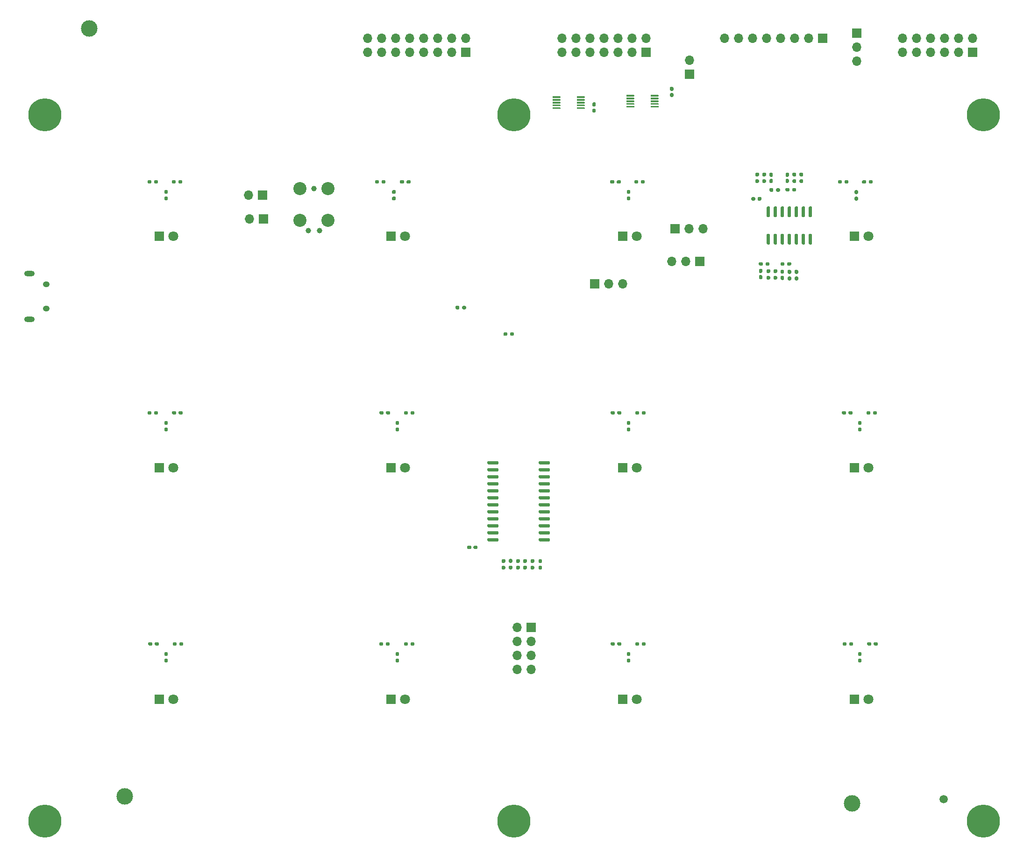
<source format=gts>
G04 #@! TF.GenerationSoftware,KiCad,Pcbnew,(5.1.9)-1*
G04 #@! TF.CreationDate,2021-06-08T08:05:01+01:00*
G04 #@! TF.ProjectId,LED_Board,4c45445f-426f-4617-9264-2e6b69636164,rev?*
G04 #@! TF.SameCoordinates,Original*
G04 #@! TF.FileFunction,Soldermask,Top*
G04 #@! TF.FilePolarity,Negative*
%FSLAX46Y46*%
G04 Gerber Fmt 4.6, Leading zero omitted, Abs format (unit mm)*
G04 Created by KiCad (PCBNEW (5.1.9)-1) date 2021-06-08 08:05:01*
%MOMM*%
%LPD*%
G01*
G04 APERTURE LIST*
%ADD10C,3.000000*%
%ADD11O,1.250000X1.050000*%
%ADD12O,1.900000X1.000000*%
%ADD13R,1.700000X1.700000*%
%ADD14O,1.700000X1.700000*%
%ADD15C,1.800000*%
%ADD16R,1.800000X1.800000*%
%ADD17C,0.990600*%
%ADD18C,2.374900*%
%ADD19C,1.500000*%
%ADD20C,0.800000*%
%ADD21C,6.000000*%
G04 APERTURE END LIST*
D10*
X219964000Y-222491300D03*
X88176100Y-221259400D03*
X81711800Y-82003900D03*
D11*
X73942200Y-132819100D03*
X73942200Y-128369100D03*
D12*
X70942200Y-134769100D03*
X70942200Y-126419100D03*
D13*
X161848800Y-190652400D03*
D14*
X159308800Y-190652400D03*
X161848800Y-193192400D03*
X159308800Y-193192400D03*
X161848800Y-195732400D03*
X159308800Y-195732400D03*
X161848800Y-198272400D03*
X159308800Y-198272400D03*
G36*
G01*
X159301200Y-178216600D02*
X159621200Y-178216600D01*
G75*
G02*
X159781200Y-178376600I0J-160000D01*
G01*
X159781200Y-178771600D01*
G75*
G02*
X159621200Y-178931600I-160000J0D01*
G01*
X159301200Y-178931600D01*
G75*
G02*
X159141200Y-178771600I0J160000D01*
G01*
X159141200Y-178376600D01*
G75*
G02*
X159301200Y-178216600I160000J0D01*
G01*
G37*
G36*
G01*
X159301200Y-179411600D02*
X159621200Y-179411600D01*
G75*
G02*
X159781200Y-179571600I0J-160000D01*
G01*
X159781200Y-179966600D01*
G75*
G02*
X159621200Y-180126600I-160000J0D01*
G01*
X159301200Y-180126600D01*
G75*
G02*
X159141200Y-179966600I0J160000D01*
G01*
X159141200Y-179571600D01*
G75*
G02*
X159301200Y-179411600I160000J0D01*
G01*
G37*
G36*
G01*
X162237400Y-178931600D02*
X161917400Y-178931600D01*
G75*
G02*
X161757400Y-178771600I0J160000D01*
G01*
X161757400Y-178376600D01*
G75*
G02*
X161917400Y-178216600I160000J0D01*
G01*
X162237400Y-178216600D01*
G75*
G02*
X162397400Y-178376600I0J-160000D01*
G01*
X162397400Y-178771600D01*
G75*
G02*
X162237400Y-178931600I-160000J0D01*
G01*
G37*
G36*
G01*
X162237400Y-180126600D02*
X161917400Y-180126600D01*
G75*
G02*
X161757400Y-179966600I0J160000D01*
G01*
X161757400Y-179571600D01*
G75*
G02*
X161917400Y-179411600I160000J0D01*
G01*
X162237400Y-179411600D01*
G75*
G02*
X162397400Y-179571600I0J-160000D01*
G01*
X162397400Y-179966600D01*
G75*
G02*
X162237400Y-180126600I-160000J0D01*
G01*
G37*
G36*
G01*
X163314400Y-178216600D02*
X163634400Y-178216600D01*
G75*
G02*
X163794400Y-178376600I0J-160000D01*
G01*
X163794400Y-178771600D01*
G75*
G02*
X163634400Y-178931600I-160000J0D01*
G01*
X163314400Y-178931600D01*
G75*
G02*
X163154400Y-178771600I0J160000D01*
G01*
X163154400Y-178376600D01*
G75*
G02*
X163314400Y-178216600I160000J0D01*
G01*
G37*
G36*
G01*
X163314400Y-179411600D02*
X163634400Y-179411600D01*
G75*
G02*
X163794400Y-179571600I0J-160000D01*
G01*
X163794400Y-179966600D01*
G75*
G02*
X163634400Y-180126600I-160000J0D01*
G01*
X163314400Y-180126600D01*
G75*
G02*
X163154400Y-179966600I0J160000D01*
G01*
X163154400Y-179571600D01*
G75*
G02*
X163314400Y-179411600I160000J0D01*
G01*
G37*
G36*
G01*
X160891200Y-178931600D02*
X160571200Y-178931600D01*
G75*
G02*
X160411200Y-178771600I0J160000D01*
G01*
X160411200Y-178376600D01*
G75*
G02*
X160571200Y-178216600I160000J0D01*
G01*
X160891200Y-178216600D01*
G75*
G02*
X161051200Y-178376600I0J-160000D01*
G01*
X161051200Y-178771600D01*
G75*
G02*
X160891200Y-178931600I-160000J0D01*
G01*
G37*
G36*
G01*
X160891200Y-180126600D02*
X160571200Y-180126600D01*
G75*
G02*
X160411200Y-179966600I0J160000D01*
G01*
X160411200Y-179571600D01*
G75*
G02*
X160571200Y-179411600I160000J0D01*
G01*
X160891200Y-179411600D01*
G75*
G02*
X161051200Y-179571600I0J-160000D01*
G01*
X161051200Y-179966600D01*
G75*
G02*
X160891200Y-180126600I-160000J0D01*
G01*
G37*
G36*
G01*
X150980800Y-175943200D02*
X150980800Y-176253200D01*
G75*
G02*
X150825800Y-176408200I-155000J0D01*
G01*
X150400800Y-176408200D01*
G75*
G02*
X150245800Y-176253200I0J155000D01*
G01*
X150245800Y-175943200D01*
G75*
G02*
X150400800Y-175788200I155000J0D01*
G01*
X150825800Y-175788200D01*
G75*
G02*
X150980800Y-175943200I0J-155000D01*
G01*
G37*
G36*
G01*
X152115800Y-175943200D02*
X152115800Y-176253200D01*
G75*
G02*
X151960800Y-176408200I-155000J0D01*
G01*
X151535800Y-176408200D01*
G75*
G02*
X151380800Y-176253200I0J155000D01*
G01*
X151380800Y-175943200D01*
G75*
G02*
X151535800Y-175788200I155000J0D01*
G01*
X151960800Y-175788200D01*
G75*
G02*
X152115800Y-175943200I0J-155000D01*
G01*
G37*
G36*
G01*
X203273600Y-125591100D02*
X203583600Y-125591100D01*
G75*
G02*
X203738600Y-125746100I0J-155000D01*
G01*
X203738600Y-126171100D01*
G75*
G02*
X203583600Y-126326100I-155000J0D01*
G01*
X203273600Y-126326100D01*
G75*
G02*
X203118600Y-126171100I0J155000D01*
G01*
X203118600Y-125746100D01*
G75*
G02*
X203273600Y-125591100I155000J0D01*
G01*
G37*
G36*
G01*
X203273600Y-126726100D02*
X203583600Y-126726100D01*
G75*
G02*
X203738600Y-126881100I0J-155000D01*
G01*
X203738600Y-127306100D01*
G75*
G02*
X203583600Y-127461100I-155000J0D01*
G01*
X203273600Y-127461100D01*
G75*
G02*
X203118600Y-127306100I0J155000D01*
G01*
X203118600Y-126881100D01*
G75*
G02*
X203273600Y-126726100I155000J0D01*
G01*
G37*
G36*
G01*
X207210600Y-125726100D02*
X207520600Y-125726100D01*
G75*
G02*
X207675600Y-125881100I0J-155000D01*
G01*
X207675600Y-126306100D01*
G75*
G02*
X207520600Y-126461100I-155000J0D01*
G01*
X207210600Y-126461100D01*
G75*
G02*
X207055600Y-126306100I0J155000D01*
G01*
X207055600Y-125881100D01*
G75*
G02*
X207210600Y-125726100I155000J0D01*
G01*
G37*
G36*
G01*
X207210600Y-126861100D02*
X207520600Y-126861100D01*
G75*
G02*
X207675600Y-127016100I0J-155000D01*
G01*
X207675600Y-127441100D01*
G75*
G02*
X207520600Y-127596100I-155000J0D01*
G01*
X207210600Y-127596100D01*
G75*
G02*
X207055600Y-127441100I0J155000D01*
G01*
X207055600Y-127016100D01*
G75*
G02*
X207210600Y-126861100I155000J0D01*
G01*
G37*
G36*
G01*
X208409600Y-108867600D02*
X208099600Y-108867600D01*
G75*
G02*
X207944600Y-108712600I0J155000D01*
G01*
X207944600Y-108287600D01*
G75*
G02*
X208099600Y-108132600I155000J0D01*
G01*
X208409600Y-108132600D01*
G75*
G02*
X208564600Y-108287600I0J-155000D01*
G01*
X208564600Y-108712600D01*
G75*
G02*
X208409600Y-108867600I-155000J0D01*
G01*
G37*
G36*
G01*
X208409600Y-110002600D02*
X208099600Y-110002600D01*
G75*
G02*
X207944600Y-109847600I0J155000D01*
G01*
X207944600Y-109422600D01*
G75*
G02*
X208099600Y-109267600I155000J0D01*
G01*
X208409600Y-109267600D01*
G75*
G02*
X208564600Y-109422600I0J-155000D01*
G01*
X208564600Y-109847600D01*
G75*
G02*
X208409600Y-110002600I-155000J0D01*
G01*
G37*
G36*
G01*
X205488600Y-108867600D02*
X205178600Y-108867600D01*
G75*
G02*
X205023600Y-108712600I0J155000D01*
G01*
X205023600Y-108287600D01*
G75*
G02*
X205178600Y-108132600I155000J0D01*
G01*
X205488600Y-108132600D01*
G75*
G02*
X205643600Y-108287600I0J-155000D01*
G01*
X205643600Y-108712600D01*
G75*
G02*
X205488600Y-108867600I-155000J0D01*
G01*
G37*
G36*
G01*
X205488600Y-110002600D02*
X205178600Y-110002600D01*
G75*
G02*
X205023600Y-109847600I0J155000D01*
G01*
X205023600Y-109422600D01*
G75*
G02*
X205178600Y-109267600I155000J0D01*
G01*
X205488600Y-109267600D01*
G75*
G02*
X205643600Y-109422600I0J-155000D01*
G01*
X205643600Y-109847600D01*
G75*
G02*
X205488600Y-110002600I-155000J0D01*
G01*
G37*
G36*
G01*
X173085700Y-95381800D02*
X173395700Y-95381800D01*
G75*
G02*
X173550700Y-95536800I0J-155000D01*
G01*
X173550700Y-95961800D01*
G75*
G02*
X173395700Y-96116800I-155000J0D01*
G01*
X173085700Y-96116800D01*
G75*
G02*
X172930700Y-95961800I0J155000D01*
G01*
X172930700Y-95536800D01*
G75*
G02*
X173085700Y-95381800I155000J0D01*
G01*
G37*
G36*
G01*
X173085700Y-96516800D02*
X173395700Y-96516800D01*
G75*
G02*
X173550700Y-96671800I0J-155000D01*
G01*
X173550700Y-97096800D01*
G75*
G02*
X173395700Y-97251800I-155000J0D01*
G01*
X173085700Y-97251800D01*
G75*
G02*
X172930700Y-97096800I0J155000D01*
G01*
X172930700Y-96671800D01*
G75*
G02*
X173085700Y-96516800I155000J0D01*
G01*
G37*
G36*
G01*
X187467300Y-93297400D02*
X187157300Y-93297400D01*
G75*
G02*
X187002300Y-93142400I0J155000D01*
G01*
X187002300Y-92717400D01*
G75*
G02*
X187157300Y-92562400I155000J0D01*
G01*
X187467300Y-92562400D01*
G75*
G02*
X187622300Y-92717400I0J-155000D01*
G01*
X187622300Y-93142400D01*
G75*
G02*
X187467300Y-93297400I-155000J0D01*
G01*
G37*
G36*
G01*
X187467300Y-94432400D02*
X187157300Y-94432400D01*
G75*
G02*
X187002300Y-94277400I0J155000D01*
G01*
X187002300Y-93852400D01*
G75*
G02*
X187157300Y-93697400I155000J0D01*
G01*
X187467300Y-93697400D01*
G75*
G02*
X187622300Y-93852400I0J-155000D01*
G01*
X187622300Y-94277400D01*
G75*
G02*
X187467300Y-94432400I-155000J0D01*
G01*
G37*
D15*
X96992800Y-119690200D03*
D16*
X94452800Y-119690200D03*
D15*
X138992800Y-119690200D03*
D16*
X136452800Y-119690200D03*
X178452800Y-119690200D03*
D15*
X180992800Y-119690200D03*
D16*
X220452800Y-119690200D03*
D15*
X222992800Y-119690200D03*
D16*
X94452800Y-161690200D03*
D15*
X96992800Y-161690200D03*
X138992800Y-161690200D03*
D16*
X136452800Y-161690200D03*
D15*
X180992800Y-161690200D03*
D16*
X178452800Y-161690200D03*
D15*
X222992800Y-161690200D03*
D16*
X220452800Y-161690200D03*
D15*
X96992800Y-203690200D03*
D16*
X94452800Y-203690200D03*
X136452800Y-203690200D03*
D15*
X138992800Y-203690200D03*
D16*
X178452800Y-203690200D03*
D15*
X180992800Y-203690200D03*
D16*
X220452800Y-203690200D03*
D15*
X222992800Y-203690200D03*
D13*
X182651400Y-86321900D03*
D14*
X182651400Y-83781900D03*
X180111400Y-86321900D03*
X180111400Y-83781900D03*
X177571400Y-86321900D03*
X177571400Y-83781900D03*
X175031400Y-86321900D03*
X175031400Y-83781900D03*
X172491400Y-86321900D03*
X172491400Y-83781900D03*
X169951400Y-86321900D03*
X169951400Y-83781900D03*
X167411400Y-86321900D03*
X167411400Y-83781900D03*
X187325000Y-124206000D03*
X189865000Y-124206000D03*
D13*
X192405000Y-124206000D03*
X150012400Y-86321900D03*
D14*
X150012400Y-83781900D03*
X147472400Y-86321900D03*
X147472400Y-83781900D03*
X144932400Y-86321900D03*
X144932400Y-83781900D03*
X142392400Y-86321900D03*
X142392400Y-83781900D03*
X139852400Y-86321900D03*
X139852400Y-83781900D03*
X137312400Y-86321900D03*
X137312400Y-83781900D03*
X134772400Y-86321900D03*
X134772400Y-83781900D03*
X132232400Y-86321900D03*
X132232400Y-83781900D03*
D13*
X187896500Y-118300500D03*
D14*
X190436500Y-118300500D03*
X192976500Y-118300500D03*
D13*
X214693500Y-83756500D03*
D14*
X212153500Y-83756500D03*
X209613500Y-83756500D03*
X207073500Y-83756500D03*
X204533500Y-83756500D03*
X201993500Y-83756500D03*
X199453500Y-83756500D03*
X196913500Y-83756500D03*
D17*
X122491500Y-111061500D03*
X121476500Y-118681500D03*
X123506500Y-118681500D03*
D18*
X119951500Y-111061500D03*
X119951500Y-116776500D03*
X125031500Y-111061500D03*
X125031500Y-116776500D03*
D13*
X113284000Y-116522500D03*
D14*
X110744000Y-116522500D03*
X110655100Y-112204500D03*
D13*
X113195100Y-112204500D03*
G36*
G01*
X97436300Y-109644200D02*
X97436300Y-109964200D01*
G75*
G02*
X97276300Y-110124200I-160000J0D01*
G01*
X96881300Y-110124200D01*
G75*
G02*
X96721300Y-109964200I0J160000D01*
G01*
X96721300Y-109644200D01*
G75*
G02*
X96881300Y-109484200I160000J0D01*
G01*
X97276300Y-109484200D01*
G75*
G02*
X97436300Y-109644200I0J-160000D01*
G01*
G37*
G36*
G01*
X98631300Y-109644200D02*
X98631300Y-109964200D01*
G75*
G02*
X98471300Y-110124200I-160000J0D01*
G01*
X98076300Y-110124200D01*
G75*
G02*
X97916300Y-109964200I0J160000D01*
G01*
X97916300Y-109644200D01*
G75*
G02*
X98076300Y-109484200I160000J0D01*
G01*
X98471300Y-109484200D01*
G75*
G02*
X98631300Y-109644200I0J-160000D01*
G01*
G37*
G36*
G01*
X138786300Y-109644200D02*
X138786300Y-109964200D01*
G75*
G02*
X138626300Y-110124200I-160000J0D01*
G01*
X138231300Y-110124200D01*
G75*
G02*
X138071300Y-109964200I0J160000D01*
G01*
X138071300Y-109644200D01*
G75*
G02*
X138231300Y-109484200I160000J0D01*
G01*
X138626300Y-109484200D01*
G75*
G02*
X138786300Y-109644200I0J-160000D01*
G01*
G37*
G36*
G01*
X139981300Y-109644200D02*
X139981300Y-109964200D01*
G75*
G02*
X139821300Y-110124200I-160000J0D01*
G01*
X139426300Y-110124200D01*
G75*
G02*
X139266300Y-109964200I0J160000D01*
G01*
X139266300Y-109644200D01*
G75*
G02*
X139426300Y-109484200I160000J0D01*
G01*
X139821300Y-109484200D01*
G75*
G02*
X139981300Y-109644200I0J-160000D01*
G01*
G37*
G36*
G01*
X182451300Y-109644200D02*
X182451300Y-109964200D01*
G75*
G02*
X182291300Y-110124200I-160000J0D01*
G01*
X181896300Y-110124200D01*
G75*
G02*
X181736300Y-109964200I0J160000D01*
G01*
X181736300Y-109644200D01*
G75*
G02*
X181896300Y-109484200I160000J0D01*
G01*
X182291300Y-109484200D01*
G75*
G02*
X182451300Y-109644200I0J-160000D01*
G01*
G37*
G36*
G01*
X181256300Y-109644200D02*
X181256300Y-109964200D01*
G75*
G02*
X181096300Y-110124200I-160000J0D01*
G01*
X180701300Y-110124200D01*
G75*
G02*
X180541300Y-109964200I0J160000D01*
G01*
X180541300Y-109644200D01*
G75*
G02*
X180701300Y-109484200I160000J0D01*
G01*
X181096300Y-109484200D01*
G75*
G02*
X181256300Y-109644200I0J-160000D01*
G01*
G37*
G36*
G01*
X95521800Y-112457200D02*
X95841800Y-112457200D01*
G75*
G02*
X96001800Y-112617200I0J-160000D01*
G01*
X96001800Y-113012200D01*
G75*
G02*
X95841800Y-113172200I-160000J0D01*
G01*
X95521800Y-113172200D01*
G75*
G02*
X95361800Y-113012200I0J160000D01*
G01*
X95361800Y-112617200D01*
G75*
G02*
X95521800Y-112457200I160000J0D01*
G01*
G37*
G36*
G01*
X95521800Y-111262200D02*
X95841800Y-111262200D01*
G75*
G02*
X96001800Y-111422200I0J-160000D01*
G01*
X96001800Y-111817200D01*
G75*
G02*
X95841800Y-111977200I-160000J0D01*
G01*
X95521800Y-111977200D01*
G75*
G02*
X95361800Y-111817200I0J160000D01*
G01*
X95361800Y-111422200D01*
G75*
G02*
X95521800Y-111262200I160000J0D01*
G01*
G37*
G36*
G01*
X136796800Y-112457200D02*
X137116800Y-112457200D01*
G75*
G02*
X137276800Y-112617200I0J-160000D01*
G01*
X137276800Y-113012200D01*
G75*
G02*
X137116800Y-113172200I-160000J0D01*
G01*
X136796800Y-113172200D01*
G75*
G02*
X136636800Y-113012200I0J160000D01*
G01*
X136636800Y-112617200D01*
G75*
G02*
X136796800Y-112457200I160000J0D01*
G01*
G37*
G36*
G01*
X136796800Y-111262200D02*
X137116800Y-111262200D01*
G75*
G02*
X137276800Y-111422200I0J-160000D01*
G01*
X137276800Y-111817200D01*
G75*
G02*
X137116800Y-111977200I-160000J0D01*
G01*
X136796800Y-111977200D01*
G75*
G02*
X136636800Y-111817200I0J160000D01*
G01*
X136636800Y-111422200D01*
G75*
G02*
X136796800Y-111262200I160000J0D01*
G01*
G37*
G36*
G01*
X179341800Y-111262200D02*
X179661800Y-111262200D01*
G75*
G02*
X179821800Y-111422200I0J-160000D01*
G01*
X179821800Y-111817200D01*
G75*
G02*
X179661800Y-111977200I-160000J0D01*
G01*
X179341800Y-111977200D01*
G75*
G02*
X179181800Y-111817200I0J160000D01*
G01*
X179181800Y-111422200D01*
G75*
G02*
X179341800Y-111262200I160000J0D01*
G01*
G37*
G36*
G01*
X179341800Y-112457200D02*
X179661800Y-112457200D01*
G75*
G02*
X179821800Y-112617200I0J-160000D01*
G01*
X179821800Y-113012200D01*
G75*
G02*
X179661800Y-113172200I-160000J0D01*
G01*
X179341800Y-113172200D01*
G75*
G02*
X179181800Y-113012200I0J160000D01*
G01*
X179181800Y-112617200D01*
G75*
G02*
X179341800Y-112457200I160000J0D01*
G01*
G37*
G36*
G01*
X92313800Y-109964200D02*
X92313800Y-109644200D01*
G75*
G02*
X92473800Y-109484200I160000J0D01*
G01*
X92868800Y-109484200D01*
G75*
G02*
X93028800Y-109644200I0J-160000D01*
G01*
X93028800Y-109964200D01*
G75*
G02*
X92868800Y-110124200I-160000J0D01*
G01*
X92473800Y-110124200D01*
G75*
G02*
X92313800Y-109964200I0J160000D01*
G01*
G37*
G36*
G01*
X93508800Y-109964200D02*
X93508800Y-109644200D01*
G75*
G02*
X93668800Y-109484200I160000J0D01*
G01*
X94063800Y-109484200D01*
G75*
G02*
X94223800Y-109644200I0J-160000D01*
G01*
X94223800Y-109964200D01*
G75*
G02*
X94063800Y-110124200I-160000J0D01*
G01*
X93668800Y-110124200D01*
G75*
G02*
X93508800Y-109964200I0J160000D01*
G01*
G37*
G36*
G01*
X133551300Y-109964200D02*
X133551300Y-109644200D01*
G75*
G02*
X133711300Y-109484200I160000J0D01*
G01*
X134106300Y-109484200D01*
G75*
G02*
X134266300Y-109644200I0J-160000D01*
G01*
X134266300Y-109964200D01*
G75*
G02*
X134106300Y-110124200I-160000J0D01*
G01*
X133711300Y-110124200D01*
G75*
G02*
X133551300Y-109964200I0J160000D01*
G01*
G37*
G36*
G01*
X134746300Y-109964200D02*
X134746300Y-109644200D01*
G75*
G02*
X134906300Y-109484200I160000J0D01*
G01*
X135301300Y-109484200D01*
G75*
G02*
X135461300Y-109644200I0J-160000D01*
G01*
X135461300Y-109964200D01*
G75*
G02*
X135301300Y-110124200I-160000J0D01*
G01*
X134906300Y-110124200D01*
G75*
G02*
X134746300Y-109964200I0J160000D01*
G01*
G37*
G36*
G01*
X177366300Y-109964200D02*
X177366300Y-109644200D01*
G75*
G02*
X177526300Y-109484200I160000J0D01*
G01*
X177921300Y-109484200D01*
G75*
G02*
X178081300Y-109644200I0J-160000D01*
G01*
X178081300Y-109964200D01*
G75*
G02*
X177921300Y-110124200I-160000J0D01*
G01*
X177526300Y-110124200D01*
G75*
G02*
X177366300Y-109964200I0J160000D01*
G01*
G37*
G36*
G01*
X176171300Y-109964200D02*
X176171300Y-109644200D01*
G75*
G02*
X176331300Y-109484200I160000J0D01*
G01*
X176726300Y-109484200D01*
G75*
G02*
X176886300Y-109644200I0J-160000D01*
G01*
X176886300Y-109964200D01*
G75*
G02*
X176726300Y-110124200I-160000J0D01*
G01*
X176331300Y-110124200D01*
G75*
G02*
X176171300Y-109964200I0J160000D01*
G01*
G37*
G36*
G01*
X222531300Y-109644200D02*
X222531300Y-109964200D01*
G75*
G02*
X222371300Y-110124200I-160000J0D01*
G01*
X221976300Y-110124200D01*
G75*
G02*
X221816300Y-109964200I0J160000D01*
G01*
X221816300Y-109644200D01*
G75*
G02*
X221976300Y-109484200I160000J0D01*
G01*
X222371300Y-109484200D01*
G75*
G02*
X222531300Y-109644200I0J-160000D01*
G01*
G37*
G36*
G01*
X223726300Y-109644200D02*
X223726300Y-109964200D01*
G75*
G02*
X223566300Y-110124200I-160000J0D01*
G01*
X223171300Y-110124200D01*
G75*
G02*
X223011300Y-109964200I0J160000D01*
G01*
X223011300Y-109644200D01*
G75*
G02*
X223171300Y-109484200I160000J0D01*
G01*
X223566300Y-109484200D01*
G75*
G02*
X223726300Y-109644200I0J-160000D01*
G01*
G37*
G36*
G01*
X98668800Y-151537200D02*
X98668800Y-151857200D01*
G75*
G02*
X98508800Y-152017200I-160000J0D01*
G01*
X98113800Y-152017200D01*
G75*
G02*
X97953800Y-151857200I0J160000D01*
G01*
X97953800Y-151537200D01*
G75*
G02*
X98113800Y-151377200I160000J0D01*
G01*
X98508800Y-151377200D01*
G75*
G02*
X98668800Y-151537200I0J-160000D01*
G01*
G37*
G36*
G01*
X97473800Y-151537200D02*
X97473800Y-151857200D01*
G75*
G02*
X97313800Y-152017200I-160000J0D01*
G01*
X96918800Y-152017200D01*
G75*
G02*
X96758800Y-151857200I0J160000D01*
G01*
X96758800Y-151537200D01*
G75*
G02*
X96918800Y-151377200I160000J0D01*
G01*
X97313800Y-151377200D01*
G75*
G02*
X97473800Y-151537200I0J-160000D01*
G01*
G37*
G36*
G01*
X139510800Y-151537200D02*
X139510800Y-151857200D01*
G75*
G02*
X139350800Y-152017200I-160000J0D01*
G01*
X138955800Y-152017200D01*
G75*
G02*
X138795800Y-151857200I0J160000D01*
G01*
X138795800Y-151537200D01*
G75*
G02*
X138955800Y-151377200I160000J0D01*
G01*
X139350800Y-151377200D01*
G75*
G02*
X139510800Y-151537200I0J-160000D01*
G01*
G37*
G36*
G01*
X140705800Y-151537200D02*
X140705800Y-151857200D01*
G75*
G02*
X140545800Y-152017200I-160000J0D01*
G01*
X140150800Y-152017200D01*
G75*
G02*
X139990800Y-151857200I0J160000D01*
G01*
X139990800Y-151537200D01*
G75*
G02*
X140150800Y-151377200I160000J0D01*
G01*
X140545800Y-151377200D01*
G75*
G02*
X140705800Y-151537200I0J-160000D01*
G01*
G37*
G36*
G01*
X220616800Y-112494700D02*
X220936800Y-112494700D01*
G75*
G02*
X221096800Y-112654700I0J-160000D01*
G01*
X221096800Y-113049700D01*
G75*
G02*
X220936800Y-113209700I-160000J0D01*
G01*
X220616800Y-113209700D01*
G75*
G02*
X220456800Y-113049700I0J160000D01*
G01*
X220456800Y-112654700D01*
G75*
G02*
X220616800Y-112494700I160000J0D01*
G01*
G37*
G36*
G01*
X220616800Y-111299700D02*
X220936800Y-111299700D01*
G75*
G02*
X221096800Y-111459700I0J-160000D01*
G01*
X221096800Y-111854700D01*
G75*
G02*
X220936800Y-112014700I-160000J0D01*
G01*
X220616800Y-112014700D01*
G75*
G02*
X220456800Y-111854700I0J160000D01*
G01*
X220456800Y-111459700D01*
G75*
G02*
X220616800Y-111299700I160000J0D01*
G01*
G37*
G36*
G01*
X95521800Y-154367200D02*
X95841800Y-154367200D01*
G75*
G02*
X96001800Y-154527200I0J-160000D01*
G01*
X96001800Y-154922200D01*
G75*
G02*
X95841800Y-155082200I-160000J0D01*
G01*
X95521800Y-155082200D01*
G75*
G02*
X95361800Y-154922200I0J160000D01*
G01*
X95361800Y-154527200D01*
G75*
G02*
X95521800Y-154367200I160000J0D01*
G01*
G37*
G36*
G01*
X95521800Y-153172200D02*
X95841800Y-153172200D01*
G75*
G02*
X96001800Y-153332200I0J-160000D01*
G01*
X96001800Y-153727200D01*
G75*
G02*
X95841800Y-153887200I-160000J0D01*
G01*
X95521800Y-153887200D01*
G75*
G02*
X95361800Y-153727200I0J160000D01*
G01*
X95361800Y-153332200D01*
G75*
G02*
X95521800Y-153172200I160000J0D01*
G01*
G37*
G36*
G01*
X137431800Y-153172200D02*
X137751800Y-153172200D01*
G75*
G02*
X137911800Y-153332200I0J-160000D01*
G01*
X137911800Y-153727200D01*
G75*
G02*
X137751800Y-153887200I-160000J0D01*
G01*
X137431800Y-153887200D01*
G75*
G02*
X137271800Y-153727200I0J160000D01*
G01*
X137271800Y-153332200D01*
G75*
G02*
X137431800Y-153172200I160000J0D01*
G01*
G37*
G36*
G01*
X137431800Y-154367200D02*
X137751800Y-154367200D01*
G75*
G02*
X137911800Y-154527200I0J-160000D01*
G01*
X137911800Y-154922200D01*
G75*
G02*
X137751800Y-155082200I-160000J0D01*
G01*
X137431800Y-155082200D01*
G75*
G02*
X137271800Y-154922200I0J160000D01*
G01*
X137271800Y-154527200D01*
G75*
G02*
X137431800Y-154367200I160000J0D01*
G01*
G37*
G36*
G01*
X217446300Y-109964200D02*
X217446300Y-109644200D01*
G75*
G02*
X217606300Y-109484200I160000J0D01*
G01*
X218001300Y-109484200D01*
G75*
G02*
X218161300Y-109644200I0J-160000D01*
G01*
X218161300Y-109964200D01*
G75*
G02*
X218001300Y-110124200I-160000J0D01*
G01*
X217606300Y-110124200D01*
G75*
G02*
X217446300Y-109964200I0J160000D01*
G01*
G37*
G36*
G01*
X218641300Y-109964200D02*
X218641300Y-109644200D01*
G75*
G02*
X218801300Y-109484200I160000J0D01*
G01*
X219196300Y-109484200D01*
G75*
G02*
X219356300Y-109644200I0J-160000D01*
G01*
X219356300Y-109964200D01*
G75*
G02*
X219196300Y-110124200I-160000J0D01*
G01*
X218801300Y-110124200D01*
G75*
G02*
X218641300Y-109964200I0J160000D01*
G01*
G37*
G36*
G01*
X92313800Y-151857200D02*
X92313800Y-151537200D01*
G75*
G02*
X92473800Y-151377200I160000J0D01*
G01*
X92868800Y-151377200D01*
G75*
G02*
X93028800Y-151537200I0J-160000D01*
G01*
X93028800Y-151857200D01*
G75*
G02*
X92868800Y-152017200I-160000J0D01*
G01*
X92473800Y-152017200D01*
G75*
G02*
X92313800Y-151857200I0J160000D01*
G01*
G37*
G36*
G01*
X93508800Y-151857200D02*
X93508800Y-151537200D01*
G75*
G02*
X93668800Y-151377200I160000J0D01*
G01*
X94063800Y-151377200D01*
G75*
G02*
X94223800Y-151537200I0J-160000D01*
G01*
X94223800Y-151857200D01*
G75*
G02*
X94063800Y-152017200I-160000J0D01*
G01*
X93668800Y-152017200D01*
G75*
G02*
X93508800Y-151857200I0J160000D01*
G01*
G37*
G36*
G01*
X134350800Y-151857200D02*
X134350800Y-151537200D01*
G75*
G02*
X134510800Y-151377200I160000J0D01*
G01*
X134905800Y-151377200D01*
G75*
G02*
X135065800Y-151537200I0J-160000D01*
G01*
X135065800Y-151857200D01*
G75*
G02*
X134905800Y-152017200I-160000J0D01*
G01*
X134510800Y-152017200D01*
G75*
G02*
X134350800Y-151857200I0J160000D01*
G01*
G37*
G36*
G01*
X135545800Y-151857200D02*
X135545800Y-151537200D01*
G75*
G02*
X135705800Y-151377200I160000J0D01*
G01*
X136100800Y-151377200D01*
G75*
G02*
X136260800Y-151537200I0J-160000D01*
G01*
X136260800Y-151857200D01*
G75*
G02*
X136100800Y-152017200I-160000J0D01*
G01*
X135705800Y-152017200D01*
G75*
G02*
X135545800Y-151857200I0J160000D01*
G01*
G37*
G36*
G01*
X181420800Y-151537200D02*
X181420800Y-151857200D01*
G75*
G02*
X181260800Y-152017200I-160000J0D01*
G01*
X180865800Y-152017200D01*
G75*
G02*
X180705800Y-151857200I0J160000D01*
G01*
X180705800Y-151537200D01*
G75*
G02*
X180865800Y-151377200I160000J0D01*
G01*
X181260800Y-151377200D01*
G75*
G02*
X181420800Y-151537200I0J-160000D01*
G01*
G37*
G36*
G01*
X182615800Y-151537200D02*
X182615800Y-151857200D01*
G75*
G02*
X182455800Y-152017200I-160000J0D01*
G01*
X182060800Y-152017200D01*
G75*
G02*
X181900800Y-151857200I0J160000D01*
G01*
X181900800Y-151537200D01*
G75*
G02*
X182060800Y-151377200I160000J0D01*
G01*
X182455800Y-151377200D01*
G75*
G02*
X182615800Y-151537200I0J-160000D01*
G01*
G37*
G36*
G01*
X224525800Y-151537200D02*
X224525800Y-151857200D01*
G75*
G02*
X224365800Y-152017200I-160000J0D01*
G01*
X223970800Y-152017200D01*
G75*
G02*
X223810800Y-151857200I0J160000D01*
G01*
X223810800Y-151537200D01*
G75*
G02*
X223970800Y-151377200I160000J0D01*
G01*
X224365800Y-151377200D01*
G75*
G02*
X224525800Y-151537200I0J-160000D01*
G01*
G37*
G36*
G01*
X223330800Y-151537200D02*
X223330800Y-151857200D01*
G75*
G02*
X223170800Y-152017200I-160000J0D01*
G01*
X222775800Y-152017200D01*
G75*
G02*
X222615800Y-151857200I0J160000D01*
G01*
X222615800Y-151537200D01*
G75*
G02*
X222775800Y-151377200I160000J0D01*
G01*
X223170800Y-151377200D01*
G75*
G02*
X223330800Y-151537200I0J-160000D01*
G01*
G37*
G36*
G01*
X97600800Y-193447200D02*
X97600800Y-193767200D01*
G75*
G02*
X97440800Y-193927200I-160000J0D01*
G01*
X97045800Y-193927200D01*
G75*
G02*
X96885800Y-193767200I0J160000D01*
G01*
X96885800Y-193447200D01*
G75*
G02*
X97045800Y-193287200I160000J0D01*
G01*
X97440800Y-193287200D01*
G75*
G02*
X97600800Y-193447200I0J-160000D01*
G01*
G37*
G36*
G01*
X98795800Y-193447200D02*
X98795800Y-193767200D01*
G75*
G02*
X98635800Y-193927200I-160000J0D01*
G01*
X98240800Y-193927200D01*
G75*
G02*
X98080800Y-193767200I0J160000D01*
G01*
X98080800Y-193447200D01*
G75*
G02*
X98240800Y-193287200I160000J0D01*
G01*
X98635800Y-193287200D01*
G75*
G02*
X98795800Y-193447200I0J-160000D01*
G01*
G37*
G36*
G01*
X179341800Y-153172200D02*
X179661800Y-153172200D01*
G75*
G02*
X179821800Y-153332200I0J-160000D01*
G01*
X179821800Y-153727200D01*
G75*
G02*
X179661800Y-153887200I-160000J0D01*
G01*
X179341800Y-153887200D01*
G75*
G02*
X179181800Y-153727200I0J160000D01*
G01*
X179181800Y-153332200D01*
G75*
G02*
X179341800Y-153172200I160000J0D01*
G01*
G37*
G36*
G01*
X179341800Y-154367200D02*
X179661800Y-154367200D01*
G75*
G02*
X179821800Y-154527200I0J-160000D01*
G01*
X179821800Y-154922200D01*
G75*
G02*
X179661800Y-155082200I-160000J0D01*
G01*
X179341800Y-155082200D01*
G75*
G02*
X179181800Y-154922200I0J160000D01*
G01*
X179181800Y-154527200D01*
G75*
G02*
X179341800Y-154367200I160000J0D01*
G01*
G37*
G36*
G01*
X221251800Y-153172200D02*
X221571800Y-153172200D01*
G75*
G02*
X221731800Y-153332200I0J-160000D01*
G01*
X221731800Y-153727200D01*
G75*
G02*
X221571800Y-153887200I-160000J0D01*
G01*
X221251800Y-153887200D01*
G75*
G02*
X221091800Y-153727200I0J160000D01*
G01*
X221091800Y-153332200D01*
G75*
G02*
X221251800Y-153172200I160000J0D01*
G01*
G37*
G36*
G01*
X221251800Y-154367200D02*
X221571800Y-154367200D01*
G75*
G02*
X221731800Y-154527200I0J-160000D01*
G01*
X221731800Y-154922200D01*
G75*
G02*
X221571800Y-155082200I-160000J0D01*
G01*
X221251800Y-155082200D01*
G75*
G02*
X221091800Y-154922200I0J160000D01*
G01*
X221091800Y-154527200D01*
G75*
G02*
X221251800Y-154367200I160000J0D01*
G01*
G37*
G36*
G01*
X95521800Y-196277200D02*
X95841800Y-196277200D01*
G75*
G02*
X96001800Y-196437200I0J-160000D01*
G01*
X96001800Y-196832200D01*
G75*
G02*
X95841800Y-196992200I-160000J0D01*
G01*
X95521800Y-196992200D01*
G75*
G02*
X95361800Y-196832200I0J160000D01*
G01*
X95361800Y-196437200D01*
G75*
G02*
X95521800Y-196277200I160000J0D01*
G01*
G37*
G36*
G01*
X95521800Y-195082200D02*
X95841800Y-195082200D01*
G75*
G02*
X96001800Y-195242200I0J-160000D01*
G01*
X96001800Y-195637200D01*
G75*
G02*
X95841800Y-195797200I-160000J0D01*
G01*
X95521800Y-195797200D01*
G75*
G02*
X95361800Y-195637200I0J160000D01*
G01*
X95361800Y-195242200D01*
G75*
G02*
X95521800Y-195082200I160000J0D01*
G01*
G37*
G36*
G01*
X176260800Y-151857200D02*
X176260800Y-151537200D01*
G75*
G02*
X176420800Y-151377200I160000J0D01*
G01*
X176815800Y-151377200D01*
G75*
G02*
X176975800Y-151537200I0J-160000D01*
G01*
X176975800Y-151857200D01*
G75*
G02*
X176815800Y-152017200I-160000J0D01*
G01*
X176420800Y-152017200D01*
G75*
G02*
X176260800Y-151857200I0J160000D01*
G01*
G37*
G36*
G01*
X177455800Y-151857200D02*
X177455800Y-151537200D01*
G75*
G02*
X177615800Y-151377200I160000J0D01*
G01*
X178010800Y-151377200D01*
G75*
G02*
X178170800Y-151537200I0J-160000D01*
G01*
X178170800Y-151857200D01*
G75*
G02*
X178010800Y-152017200I-160000J0D01*
G01*
X177615800Y-152017200D01*
G75*
G02*
X177455800Y-151857200I0J160000D01*
G01*
G37*
G36*
G01*
X219365800Y-151857200D02*
X219365800Y-151537200D01*
G75*
G02*
X219525800Y-151377200I160000J0D01*
G01*
X219920800Y-151377200D01*
G75*
G02*
X220080800Y-151537200I0J-160000D01*
G01*
X220080800Y-151857200D01*
G75*
G02*
X219920800Y-152017200I-160000J0D01*
G01*
X219525800Y-152017200D01*
G75*
G02*
X219365800Y-151857200I0J160000D01*
G01*
G37*
G36*
G01*
X218170800Y-151857200D02*
X218170800Y-151537200D01*
G75*
G02*
X218330800Y-151377200I160000J0D01*
G01*
X218725800Y-151377200D01*
G75*
G02*
X218885800Y-151537200I0J-160000D01*
G01*
X218885800Y-151857200D01*
G75*
G02*
X218725800Y-152017200I-160000J0D01*
G01*
X218330800Y-152017200D01*
G75*
G02*
X218170800Y-151857200I0J160000D01*
G01*
G37*
G36*
G01*
X92440800Y-193767200D02*
X92440800Y-193447200D01*
G75*
G02*
X92600800Y-193287200I160000J0D01*
G01*
X92995800Y-193287200D01*
G75*
G02*
X93155800Y-193447200I0J-160000D01*
G01*
X93155800Y-193767200D01*
G75*
G02*
X92995800Y-193927200I-160000J0D01*
G01*
X92600800Y-193927200D01*
G75*
G02*
X92440800Y-193767200I0J160000D01*
G01*
G37*
G36*
G01*
X93635800Y-193767200D02*
X93635800Y-193447200D01*
G75*
G02*
X93795800Y-193287200I160000J0D01*
G01*
X94190800Y-193287200D01*
G75*
G02*
X94350800Y-193447200I0J-160000D01*
G01*
X94350800Y-193767200D01*
G75*
G02*
X94190800Y-193927200I-160000J0D01*
G01*
X93795800Y-193927200D01*
G75*
G02*
X93635800Y-193767200I0J160000D01*
G01*
G37*
G36*
G01*
X139510800Y-193447200D02*
X139510800Y-193767200D01*
G75*
G02*
X139350800Y-193927200I-160000J0D01*
G01*
X138955800Y-193927200D01*
G75*
G02*
X138795800Y-193767200I0J160000D01*
G01*
X138795800Y-193447200D01*
G75*
G02*
X138955800Y-193287200I160000J0D01*
G01*
X139350800Y-193287200D01*
G75*
G02*
X139510800Y-193447200I0J-160000D01*
G01*
G37*
G36*
G01*
X140705800Y-193447200D02*
X140705800Y-193767200D01*
G75*
G02*
X140545800Y-193927200I-160000J0D01*
G01*
X140150800Y-193927200D01*
G75*
G02*
X139990800Y-193767200I0J160000D01*
G01*
X139990800Y-193447200D01*
G75*
G02*
X140150800Y-193287200I160000J0D01*
G01*
X140545800Y-193287200D01*
G75*
G02*
X140705800Y-193447200I0J-160000D01*
G01*
G37*
G36*
G01*
X182615800Y-193447200D02*
X182615800Y-193767200D01*
G75*
G02*
X182455800Y-193927200I-160000J0D01*
G01*
X182060800Y-193927200D01*
G75*
G02*
X181900800Y-193767200I0J160000D01*
G01*
X181900800Y-193447200D01*
G75*
G02*
X182060800Y-193287200I160000J0D01*
G01*
X182455800Y-193287200D01*
G75*
G02*
X182615800Y-193447200I0J-160000D01*
G01*
G37*
G36*
G01*
X181420800Y-193447200D02*
X181420800Y-193767200D01*
G75*
G02*
X181260800Y-193927200I-160000J0D01*
G01*
X180865800Y-193927200D01*
G75*
G02*
X180705800Y-193767200I0J160000D01*
G01*
X180705800Y-193447200D01*
G75*
G02*
X180865800Y-193287200I160000J0D01*
G01*
X181260800Y-193287200D01*
G75*
G02*
X181420800Y-193447200I0J-160000D01*
G01*
G37*
G36*
G01*
X223457800Y-193447200D02*
X223457800Y-193767200D01*
G75*
G02*
X223297800Y-193927200I-160000J0D01*
G01*
X222902800Y-193927200D01*
G75*
G02*
X222742800Y-193767200I0J160000D01*
G01*
X222742800Y-193447200D01*
G75*
G02*
X222902800Y-193287200I160000J0D01*
G01*
X223297800Y-193287200D01*
G75*
G02*
X223457800Y-193447200I0J-160000D01*
G01*
G37*
G36*
G01*
X224652800Y-193447200D02*
X224652800Y-193767200D01*
G75*
G02*
X224492800Y-193927200I-160000J0D01*
G01*
X224097800Y-193927200D01*
G75*
G02*
X223937800Y-193767200I0J160000D01*
G01*
X223937800Y-193447200D01*
G75*
G02*
X224097800Y-193287200I160000J0D01*
G01*
X224492800Y-193287200D01*
G75*
G02*
X224652800Y-193447200I0J-160000D01*
G01*
G37*
G36*
G01*
X137431800Y-196277200D02*
X137751800Y-196277200D01*
G75*
G02*
X137911800Y-196437200I0J-160000D01*
G01*
X137911800Y-196832200D01*
G75*
G02*
X137751800Y-196992200I-160000J0D01*
G01*
X137431800Y-196992200D01*
G75*
G02*
X137271800Y-196832200I0J160000D01*
G01*
X137271800Y-196437200D01*
G75*
G02*
X137431800Y-196277200I160000J0D01*
G01*
G37*
G36*
G01*
X137431800Y-195082200D02*
X137751800Y-195082200D01*
G75*
G02*
X137911800Y-195242200I0J-160000D01*
G01*
X137911800Y-195637200D01*
G75*
G02*
X137751800Y-195797200I-160000J0D01*
G01*
X137431800Y-195797200D01*
G75*
G02*
X137271800Y-195637200I0J160000D01*
G01*
X137271800Y-195242200D01*
G75*
G02*
X137431800Y-195082200I160000J0D01*
G01*
G37*
G36*
G01*
X179341800Y-195082200D02*
X179661800Y-195082200D01*
G75*
G02*
X179821800Y-195242200I0J-160000D01*
G01*
X179821800Y-195637200D01*
G75*
G02*
X179661800Y-195797200I-160000J0D01*
G01*
X179341800Y-195797200D01*
G75*
G02*
X179181800Y-195637200I0J160000D01*
G01*
X179181800Y-195242200D01*
G75*
G02*
X179341800Y-195082200I160000J0D01*
G01*
G37*
G36*
G01*
X179341800Y-196277200D02*
X179661800Y-196277200D01*
G75*
G02*
X179821800Y-196437200I0J-160000D01*
G01*
X179821800Y-196832200D01*
G75*
G02*
X179661800Y-196992200I-160000J0D01*
G01*
X179341800Y-196992200D01*
G75*
G02*
X179181800Y-196832200I0J160000D01*
G01*
X179181800Y-196437200D01*
G75*
G02*
X179341800Y-196277200I160000J0D01*
G01*
G37*
G36*
G01*
X221251800Y-196277200D02*
X221571800Y-196277200D01*
G75*
G02*
X221731800Y-196437200I0J-160000D01*
G01*
X221731800Y-196832200D01*
G75*
G02*
X221571800Y-196992200I-160000J0D01*
G01*
X221251800Y-196992200D01*
G75*
G02*
X221091800Y-196832200I0J160000D01*
G01*
X221091800Y-196437200D01*
G75*
G02*
X221251800Y-196277200I160000J0D01*
G01*
G37*
G36*
G01*
X221251800Y-195082200D02*
X221571800Y-195082200D01*
G75*
G02*
X221731800Y-195242200I0J-160000D01*
G01*
X221731800Y-195637200D01*
G75*
G02*
X221571800Y-195797200I-160000J0D01*
G01*
X221251800Y-195797200D01*
G75*
G02*
X221091800Y-195637200I0J160000D01*
G01*
X221091800Y-195242200D01*
G75*
G02*
X221251800Y-195082200I160000J0D01*
G01*
G37*
G36*
G01*
X135508300Y-193767200D02*
X135508300Y-193447200D01*
G75*
G02*
X135668300Y-193287200I160000J0D01*
G01*
X136063300Y-193287200D01*
G75*
G02*
X136223300Y-193447200I0J-160000D01*
G01*
X136223300Y-193767200D01*
G75*
G02*
X136063300Y-193927200I-160000J0D01*
G01*
X135668300Y-193927200D01*
G75*
G02*
X135508300Y-193767200I0J160000D01*
G01*
G37*
G36*
G01*
X134313300Y-193767200D02*
X134313300Y-193447200D01*
G75*
G02*
X134473300Y-193287200I160000J0D01*
G01*
X134868300Y-193287200D01*
G75*
G02*
X135028300Y-193447200I0J-160000D01*
G01*
X135028300Y-193767200D01*
G75*
G02*
X134868300Y-193927200I-160000J0D01*
G01*
X134473300Y-193927200D01*
G75*
G02*
X134313300Y-193767200I0J160000D01*
G01*
G37*
G36*
G01*
X177455800Y-193767200D02*
X177455800Y-193447200D01*
G75*
G02*
X177615800Y-193287200I160000J0D01*
G01*
X178010800Y-193287200D01*
G75*
G02*
X178170800Y-193447200I0J-160000D01*
G01*
X178170800Y-193767200D01*
G75*
G02*
X178010800Y-193927200I-160000J0D01*
G01*
X177615800Y-193927200D01*
G75*
G02*
X177455800Y-193767200I0J160000D01*
G01*
G37*
G36*
G01*
X176260800Y-193767200D02*
X176260800Y-193447200D01*
G75*
G02*
X176420800Y-193287200I160000J0D01*
G01*
X176815800Y-193287200D01*
G75*
G02*
X176975800Y-193447200I0J-160000D01*
G01*
X176975800Y-193767200D01*
G75*
G02*
X176815800Y-193927200I-160000J0D01*
G01*
X176420800Y-193927200D01*
G75*
G02*
X176260800Y-193767200I0J160000D01*
G01*
G37*
G36*
G01*
X218297800Y-193767200D02*
X218297800Y-193447200D01*
G75*
G02*
X218457800Y-193287200I160000J0D01*
G01*
X218852800Y-193287200D01*
G75*
G02*
X219012800Y-193447200I0J-160000D01*
G01*
X219012800Y-193767200D01*
G75*
G02*
X218852800Y-193927200I-160000J0D01*
G01*
X218457800Y-193927200D01*
G75*
G02*
X218297800Y-193767200I0J160000D01*
G01*
G37*
G36*
G01*
X219492800Y-193767200D02*
X219492800Y-193447200D01*
G75*
G02*
X219652800Y-193287200I160000J0D01*
G01*
X220047800Y-193287200D01*
G75*
G02*
X220207800Y-193447200I0J-160000D01*
G01*
X220207800Y-193767200D01*
G75*
G02*
X220047800Y-193927200I-160000J0D01*
G01*
X219652800Y-193927200D01*
G75*
G02*
X219492800Y-193767200I0J160000D01*
G01*
G37*
G36*
G01*
X156979600Y-180126600D02*
X156659600Y-180126600D01*
G75*
G02*
X156499600Y-179966600I0J160000D01*
G01*
X156499600Y-179571600D01*
G75*
G02*
X156659600Y-179411600I160000J0D01*
G01*
X156979600Y-179411600D01*
G75*
G02*
X157139600Y-179571600I0J-160000D01*
G01*
X157139600Y-179966600D01*
G75*
G02*
X156979600Y-180126600I-160000J0D01*
G01*
G37*
G36*
G01*
X156979600Y-178931600D02*
X156659600Y-178931600D01*
G75*
G02*
X156499600Y-178771600I0J160000D01*
G01*
X156499600Y-178376600D01*
G75*
G02*
X156659600Y-178216600I160000J0D01*
G01*
X156979600Y-178216600D01*
G75*
G02*
X157139600Y-178376600I0J-160000D01*
G01*
X157139600Y-178771600D01*
G75*
G02*
X156979600Y-178931600I-160000J0D01*
G01*
G37*
G36*
G01*
X157955000Y-178203300D02*
X158275000Y-178203300D01*
G75*
G02*
X158435000Y-178363300I0J-160000D01*
G01*
X158435000Y-178758300D01*
G75*
G02*
X158275000Y-178918300I-160000J0D01*
G01*
X157955000Y-178918300D01*
G75*
G02*
X157795000Y-178758300I0J160000D01*
G01*
X157795000Y-178363300D01*
G75*
G02*
X157955000Y-178203300I160000J0D01*
G01*
G37*
G36*
G01*
X157955000Y-179398300D02*
X158275000Y-179398300D01*
G75*
G02*
X158435000Y-179558300I0J-160000D01*
G01*
X158435000Y-179953300D01*
G75*
G02*
X158275000Y-180113300I-160000J0D01*
G01*
X157955000Y-180113300D01*
G75*
G02*
X157795000Y-179953300I0J160000D01*
G01*
X157795000Y-179558300D01*
G75*
G02*
X157955000Y-179398300I160000J0D01*
G01*
G37*
G36*
G01*
X205935600Y-125638600D02*
X206255600Y-125638600D01*
G75*
G02*
X206415600Y-125798600I0J-160000D01*
G01*
X206415600Y-126193600D01*
G75*
G02*
X206255600Y-126353600I-160000J0D01*
G01*
X205935600Y-126353600D01*
G75*
G02*
X205775600Y-126193600I0J160000D01*
G01*
X205775600Y-125798600D01*
G75*
G02*
X205935600Y-125638600I160000J0D01*
G01*
G37*
G36*
G01*
X205935600Y-126833600D02*
X206255600Y-126833600D01*
G75*
G02*
X206415600Y-126993600I0J-160000D01*
G01*
X206415600Y-127388600D01*
G75*
G02*
X206255600Y-127548600I-160000J0D01*
G01*
X205935600Y-127548600D01*
G75*
G02*
X205775600Y-127388600I0J160000D01*
G01*
X205775600Y-126993600D01*
G75*
G02*
X205935600Y-126833600I160000J0D01*
G01*
G37*
G36*
G01*
X204985600Y-127548600D02*
X204665600Y-127548600D01*
G75*
G02*
X204505600Y-127388600I0J160000D01*
G01*
X204505600Y-126993600D01*
G75*
G02*
X204665600Y-126833600I160000J0D01*
G01*
X204985600Y-126833600D01*
G75*
G02*
X205145600Y-126993600I0J-160000D01*
G01*
X205145600Y-127388600D01*
G75*
G02*
X204985600Y-127548600I-160000J0D01*
G01*
G37*
G36*
G01*
X204985600Y-126353600D02*
X204665600Y-126353600D01*
G75*
G02*
X204505600Y-126193600I0J160000D01*
G01*
X204505600Y-125798600D01*
G75*
G02*
X204665600Y-125638600I160000J0D01*
G01*
X204985600Y-125638600D01*
G75*
G02*
X205145600Y-125798600I0J-160000D01*
G01*
X205145600Y-126193600D01*
G75*
G02*
X204985600Y-126353600I-160000J0D01*
G01*
G37*
G36*
G01*
X203823600Y-124528600D02*
X203823600Y-124848600D01*
G75*
G02*
X203663600Y-125008600I-160000J0D01*
G01*
X203268600Y-125008600D01*
G75*
G02*
X203108600Y-124848600I0J160000D01*
G01*
X203108600Y-124528600D01*
G75*
G02*
X203268600Y-124368600I160000J0D01*
G01*
X203663600Y-124368600D01*
G75*
G02*
X203823600Y-124528600I0J-160000D01*
G01*
G37*
G36*
G01*
X205018600Y-124528600D02*
X205018600Y-124848600D01*
G75*
G02*
X204858600Y-125008600I-160000J0D01*
G01*
X204463600Y-125008600D01*
G75*
G02*
X204303600Y-124848600I0J160000D01*
G01*
X204303600Y-124528600D01*
G75*
G02*
X204463600Y-124368600I160000J0D01*
G01*
X204858600Y-124368600D01*
G75*
G02*
X205018600Y-124528600I0J-160000D01*
G01*
G37*
G36*
G01*
X209745600Y-125765600D02*
X210065600Y-125765600D01*
G75*
G02*
X210225600Y-125925600I0J-160000D01*
G01*
X210225600Y-126320600D01*
G75*
G02*
X210065600Y-126480600I-160000J0D01*
G01*
X209745600Y-126480600D01*
G75*
G02*
X209585600Y-126320600I0J160000D01*
G01*
X209585600Y-125925600D01*
G75*
G02*
X209745600Y-125765600I160000J0D01*
G01*
G37*
G36*
G01*
X209745600Y-126960600D02*
X210065600Y-126960600D01*
G75*
G02*
X210225600Y-127120600I0J-160000D01*
G01*
X210225600Y-127515600D01*
G75*
G02*
X210065600Y-127675600I-160000J0D01*
G01*
X209745600Y-127675600D01*
G75*
G02*
X209585600Y-127515600I0J160000D01*
G01*
X209585600Y-127120600D01*
G75*
G02*
X209745600Y-126960600I160000J0D01*
G01*
G37*
G36*
G01*
X208795600Y-127675600D02*
X208475600Y-127675600D01*
G75*
G02*
X208315600Y-127515600I0J160000D01*
G01*
X208315600Y-127120600D01*
G75*
G02*
X208475600Y-126960600I160000J0D01*
G01*
X208795600Y-126960600D01*
G75*
G02*
X208955600Y-127120600I0J-160000D01*
G01*
X208955600Y-127515600D01*
G75*
G02*
X208795600Y-127675600I-160000J0D01*
G01*
G37*
G36*
G01*
X208795600Y-126480600D02*
X208475600Y-126480600D01*
G75*
G02*
X208315600Y-126320600I0J160000D01*
G01*
X208315600Y-125925600D01*
G75*
G02*
X208475600Y-125765600I160000J0D01*
G01*
X208795600Y-125765600D01*
G75*
G02*
X208955600Y-125925600I0J-160000D01*
G01*
X208955600Y-126320600D01*
G75*
G02*
X208795600Y-126480600I-160000J0D01*
G01*
G37*
G36*
G01*
X208955600Y-124528600D02*
X208955600Y-124848600D01*
G75*
G02*
X208795600Y-125008600I-160000J0D01*
G01*
X208400600Y-125008600D01*
G75*
G02*
X208240600Y-124848600I0J160000D01*
G01*
X208240600Y-124528600D01*
G75*
G02*
X208400600Y-124368600I160000J0D01*
G01*
X208795600Y-124368600D01*
G75*
G02*
X208955600Y-124528600I0J-160000D01*
G01*
G37*
G36*
G01*
X207760600Y-124528600D02*
X207760600Y-124848600D01*
G75*
G02*
X207600600Y-125008600I-160000J0D01*
G01*
X207205600Y-125008600D01*
G75*
G02*
X207045600Y-124848600I0J160000D01*
G01*
X207045600Y-124528600D01*
G75*
G02*
X207205600Y-124368600I160000J0D01*
G01*
X207600600Y-124368600D01*
G75*
G02*
X207760600Y-124528600I0J-160000D01*
G01*
G37*
G36*
G01*
X210954600Y-110022600D02*
X210634600Y-110022600D01*
G75*
G02*
X210474600Y-109862600I0J160000D01*
G01*
X210474600Y-109467600D01*
G75*
G02*
X210634600Y-109307600I160000J0D01*
G01*
X210954600Y-109307600D01*
G75*
G02*
X211114600Y-109467600I0J-160000D01*
G01*
X211114600Y-109862600D01*
G75*
G02*
X210954600Y-110022600I-160000J0D01*
G01*
G37*
G36*
G01*
X210954600Y-108827600D02*
X210634600Y-108827600D01*
G75*
G02*
X210474600Y-108667600I0J160000D01*
G01*
X210474600Y-108272600D01*
G75*
G02*
X210634600Y-108112600I160000J0D01*
G01*
X210954600Y-108112600D01*
G75*
G02*
X211114600Y-108272600I0J-160000D01*
G01*
X211114600Y-108667600D01*
G75*
G02*
X210954600Y-108827600I-160000J0D01*
G01*
G37*
G36*
G01*
X209364600Y-109307600D02*
X209684600Y-109307600D01*
G75*
G02*
X209844600Y-109467600I0J-160000D01*
G01*
X209844600Y-109862600D01*
G75*
G02*
X209684600Y-110022600I-160000J0D01*
G01*
X209364600Y-110022600D01*
G75*
G02*
X209204600Y-109862600I0J160000D01*
G01*
X209204600Y-109467600D01*
G75*
G02*
X209364600Y-109307600I160000J0D01*
G01*
G37*
G36*
G01*
X209364600Y-108112600D02*
X209684600Y-108112600D01*
G75*
G02*
X209844600Y-108272600I0J-160000D01*
G01*
X209844600Y-108667600D01*
G75*
G02*
X209684600Y-108827600I-160000J0D01*
G01*
X209364600Y-108827600D01*
G75*
G02*
X209204600Y-108667600I0J160000D01*
G01*
X209204600Y-108272600D01*
G75*
G02*
X209364600Y-108112600I160000J0D01*
G01*
G37*
G36*
G01*
X208649600Y-111066600D02*
X208649600Y-111386600D01*
G75*
G02*
X208489600Y-111546600I-160000J0D01*
G01*
X208094600Y-111546600D01*
G75*
G02*
X207934600Y-111386600I0J160000D01*
G01*
X207934600Y-111066600D01*
G75*
G02*
X208094600Y-110906600I160000J0D01*
G01*
X208489600Y-110906600D01*
G75*
G02*
X208649600Y-111066600I0J-160000D01*
G01*
G37*
G36*
G01*
X209844600Y-111066600D02*
X209844600Y-111386600D01*
G75*
G02*
X209684600Y-111546600I-160000J0D01*
G01*
X209289600Y-111546600D01*
G75*
G02*
X209129600Y-111386600I0J160000D01*
G01*
X209129600Y-111066600D01*
G75*
G02*
X209289600Y-110906600I160000J0D01*
G01*
X209684600Y-110906600D01*
G75*
G02*
X209844600Y-111066600I0J-160000D01*
G01*
G37*
G36*
G01*
X202953600Y-110022600D02*
X202633600Y-110022600D01*
G75*
G02*
X202473600Y-109862600I0J160000D01*
G01*
X202473600Y-109467600D01*
G75*
G02*
X202633600Y-109307600I160000J0D01*
G01*
X202953600Y-109307600D01*
G75*
G02*
X203113600Y-109467600I0J-160000D01*
G01*
X203113600Y-109862600D01*
G75*
G02*
X202953600Y-110022600I-160000J0D01*
G01*
G37*
G36*
G01*
X202953600Y-108827600D02*
X202633600Y-108827600D01*
G75*
G02*
X202473600Y-108667600I0J160000D01*
G01*
X202473600Y-108272600D01*
G75*
G02*
X202633600Y-108112600I160000J0D01*
G01*
X202953600Y-108112600D01*
G75*
G02*
X203113600Y-108272600I0J-160000D01*
G01*
X203113600Y-108667600D01*
G75*
G02*
X202953600Y-108827600I-160000J0D01*
G01*
G37*
G36*
G01*
X203903600Y-109307600D02*
X204223600Y-109307600D01*
G75*
G02*
X204383600Y-109467600I0J-160000D01*
G01*
X204383600Y-109862600D01*
G75*
G02*
X204223600Y-110022600I-160000J0D01*
G01*
X203903600Y-110022600D01*
G75*
G02*
X203743600Y-109862600I0J160000D01*
G01*
X203743600Y-109467600D01*
G75*
G02*
X203903600Y-109307600I160000J0D01*
G01*
G37*
G36*
G01*
X203903600Y-108112600D02*
X204223600Y-108112600D01*
G75*
G02*
X204383600Y-108272600I0J-160000D01*
G01*
X204383600Y-108667600D01*
G75*
G02*
X204223600Y-108827600I-160000J0D01*
G01*
X203903600Y-108827600D01*
G75*
G02*
X203743600Y-108667600I0J160000D01*
G01*
X203743600Y-108272600D01*
G75*
G02*
X203903600Y-108112600I160000J0D01*
G01*
G37*
G36*
G01*
X206923600Y-111104100D02*
X206923600Y-111424100D01*
G75*
G02*
X206763600Y-111584100I-160000J0D01*
G01*
X206368600Y-111584100D01*
G75*
G02*
X206208600Y-111424100I0J160000D01*
G01*
X206208600Y-111104100D01*
G75*
G02*
X206368600Y-110944100I160000J0D01*
G01*
X206763600Y-110944100D01*
G75*
G02*
X206923600Y-111104100I0J-160000D01*
G01*
G37*
G36*
G01*
X205728600Y-111104100D02*
X205728600Y-111424100D01*
G75*
G02*
X205568600Y-111584100I-160000J0D01*
G01*
X205173600Y-111584100D01*
G75*
G02*
X205013600Y-111424100I0J160000D01*
G01*
X205013600Y-111104100D01*
G75*
G02*
X205173600Y-110944100I160000J0D01*
G01*
X205568600Y-110944100D01*
G75*
G02*
X205728600Y-111104100I0J-160000D01*
G01*
G37*
G36*
G01*
X148832600Y-132440700D02*
X148832600Y-132760700D01*
G75*
G02*
X148672600Y-132920700I-160000J0D01*
G01*
X148277600Y-132920700D01*
G75*
G02*
X148117600Y-132760700I0J160000D01*
G01*
X148117600Y-132440700D01*
G75*
G02*
X148277600Y-132280700I160000J0D01*
G01*
X148672600Y-132280700D01*
G75*
G02*
X148832600Y-132440700I0J-160000D01*
G01*
G37*
G36*
G01*
X150027600Y-132440700D02*
X150027600Y-132760700D01*
G75*
G02*
X149867600Y-132920700I-160000J0D01*
G01*
X149472600Y-132920700D01*
G75*
G02*
X149312600Y-132760700I0J160000D01*
G01*
X149312600Y-132440700D01*
G75*
G02*
X149472600Y-132280700I160000J0D01*
G01*
X149867600Y-132280700D01*
G75*
G02*
X150027600Y-132440700I0J-160000D01*
G01*
G37*
G36*
G01*
X157999400Y-137574000D02*
X157999400Y-137254000D01*
G75*
G02*
X158159400Y-137094000I160000J0D01*
G01*
X158554400Y-137094000D01*
G75*
G02*
X158714400Y-137254000I0J-160000D01*
G01*
X158714400Y-137574000D01*
G75*
G02*
X158554400Y-137734000I-160000J0D01*
G01*
X158159400Y-137734000D01*
G75*
G02*
X157999400Y-137574000I0J160000D01*
G01*
G37*
G36*
G01*
X156804400Y-137574000D02*
X156804400Y-137254000D01*
G75*
G02*
X156964400Y-137094000I160000J0D01*
G01*
X157359400Y-137094000D01*
G75*
G02*
X157519400Y-137254000I0J-160000D01*
G01*
X157519400Y-137574000D01*
G75*
G02*
X157359400Y-137734000I-160000J0D01*
G01*
X156964400Y-137734000D01*
G75*
G02*
X156804400Y-137574000I0J160000D01*
G01*
G37*
D19*
X236601000Y-221742000D03*
G36*
G01*
X165237800Y-174551200D02*
X165237800Y-174851200D01*
G75*
G02*
X165087800Y-175001200I-150000J0D01*
G01*
X163337800Y-175001200D01*
G75*
G02*
X163187800Y-174851200I0J150000D01*
G01*
X163187800Y-174551200D01*
G75*
G02*
X163337800Y-174401200I150000J0D01*
G01*
X165087800Y-174401200D01*
G75*
G02*
X165237800Y-174551200I0J-150000D01*
G01*
G37*
G36*
G01*
X165237800Y-173281200D02*
X165237800Y-173581200D01*
G75*
G02*
X165087800Y-173731200I-150000J0D01*
G01*
X163337800Y-173731200D01*
G75*
G02*
X163187800Y-173581200I0J150000D01*
G01*
X163187800Y-173281200D01*
G75*
G02*
X163337800Y-173131200I150000J0D01*
G01*
X165087800Y-173131200D01*
G75*
G02*
X165237800Y-173281200I0J-150000D01*
G01*
G37*
G36*
G01*
X165237800Y-172011200D02*
X165237800Y-172311200D01*
G75*
G02*
X165087800Y-172461200I-150000J0D01*
G01*
X163337800Y-172461200D01*
G75*
G02*
X163187800Y-172311200I0J150000D01*
G01*
X163187800Y-172011200D01*
G75*
G02*
X163337800Y-171861200I150000J0D01*
G01*
X165087800Y-171861200D01*
G75*
G02*
X165237800Y-172011200I0J-150000D01*
G01*
G37*
G36*
G01*
X165237800Y-170741200D02*
X165237800Y-171041200D01*
G75*
G02*
X165087800Y-171191200I-150000J0D01*
G01*
X163337800Y-171191200D01*
G75*
G02*
X163187800Y-171041200I0J150000D01*
G01*
X163187800Y-170741200D01*
G75*
G02*
X163337800Y-170591200I150000J0D01*
G01*
X165087800Y-170591200D01*
G75*
G02*
X165237800Y-170741200I0J-150000D01*
G01*
G37*
G36*
G01*
X165237800Y-169471200D02*
X165237800Y-169771200D01*
G75*
G02*
X165087800Y-169921200I-150000J0D01*
G01*
X163337800Y-169921200D01*
G75*
G02*
X163187800Y-169771200I0J150000D01*
G01*
X163187800Y-169471200D01*
G75*
G02*
X163337800Y-169321200I150000J0D01*
G01*
X165087800Y-169321200D01*
G75*
G02*
X165237800Y-169471200I0J-150000D01*
G01*
G37*
G36*
G01*
X165237800Y-168201200D02*
X165237800Y-168501200D01*
G75*
G02*
X165087800Y-168651200I-150000J0D01*
G01*
X163337800Y-168651200D01*
G75*
G02*
X163187800Y-168501200I0J150000D01*
G01*
X163187800Y-168201200D01*
G75*
G02*
X163337800Y-168051200I150000J0D01*
G01*
X165087800Y-168051200D01*
G75*
G02*
X165237800Y-168201200I0J-150000D01*
G01*
G37*
G36*
G01*
X165237800Y-166931200D02*
X165237800Y-167231200D01*
G75*
G02*
X165087800Y-167381200I-150000J0D01*
G01*
X163337800Y-167381200D01*
G75*
G02*
X163187800Y-167231200I0J150000D01*
G01*
X163187800Y-166931200D01*
G75*
G02*
X163337800Y-166781200I150000J0D01*
G01*
X165087800Y-166781200D01*
G75*
G02*
X165237800Y-166931200I0J-150000D01*
G01*
G37*
G36*
G01*
X165237800Y-165661200D02*
X165237800Y-165961200D01*
G75*
G02*
X165087800Y-166111200I-150000J0D01*
G01*
X163337800Y-166111200D01*
G75*
G02*
X163187800Y-165961200I0J150000D01*
G01*
X163187800Y-165661200D01*
G75*
G02*
X163337800Y-165511200I150000J0D01*
G01*
X165087800Y-165511200D01*
G75*
G02*
X165237800Y-165661200I0J-150000D01*
G01*
G37*
G36*
G01*
X165237800Y-164391200D02*
X165237800Y-164691200D01*
G75*
G02*
X165087800Y-164841200I-150000J0D01*
G01*
X163337800Y-164841200D01*
G75*
G02*
X163187800Y-164691200I0J150000D01*
G01*
X163187800Y-164391200D01*
G75*
G02*
X163337800Y-164241200I150000J0D01*
G01*
X165087800Y-164241200D01*
G75*
G02*
X165237800Y-164391200I0J-150000D01*
G01*
G37*
G36*
G01*
X165237800Y-163121200D02*
X165237800Y-163421200D01*
G75*
G02*
X165087800Y-163571200I-150000J0D01*
G01*
X163337800Y-163571200D01*
G75*
G02*
X163187800Y-163421200I0J150000D01*
G01*
X163187800Y-163121200D01*
G75*
G02*
X163337800Y-162971200I150000J0D01*
G01*
X165087800Y-162971200D01*
G75*
G02*
X165237800Y-163121200I0J-150000D01*
G01*
G37*
G36*
G01*
X165237800Y-161851200D02*
X165237800Y-162151200D01*
G75*
G02*
X165087800Y-162301200I-150000J0D01*
G01*
X163337800Y-162301200D01*
G75*
G02*
X163187800Y-162151200I0J150000D01*
G01*
X163187800Y-161851200D01*
G75*
G02*
X163337800Y-161701200I150000J0D01*
G01*
X165087800Y-161701200D01*
G75*
G02*
X165237800Y-161851200I0J-150000D01*
G01*
G37*
G36*
G01*
X165237800Y-160581200D02*
X165237800Y-160881200D01*
G75*
G02*
X165087800Y-161031200I-150000J0D01*
G01*
X163337800Y-161031200D01*
G75*
G02*
X163187800Y-160881200I0J150000D01*
G01*
X163187800Y-160581200D01*
G75*
G02*
X163337800Y-160431200I150000J0D01*
G01*
X165087800Y-160431200D01*
G75*
G02*
X165237800Y-160581200I0J-150000D01*
G01*
G37*
G36*
G01*
X155937800Y-160581200D02*
X155937800Y-160881200D01*
G75*
G02*
X155787800Y-161031200I-150000J0D01*
G01*
X154037800Y-161031200D01*
G75*
G02*
X153887800Y-160881200I0J150000D01*
G01*
X153887800Y-160581200D01*
G75*
G02*
X154037800Y-160431200I150000J0D01*
G01*
X155787800Y-160431200D01*
G75*
G02*
X155937800Y-160581200I0J-150000D01*
G01*
G37*
G36*
G01*
X155937800Y-161851200D02*
X155937800Y-162151200D01*
G75*
G02*
X155787800Y-162301200I-150000J0D01*
G01*
X154037800Y-162301200D01*
G75*
G02*
X153887800Y-162151200I0J150000D01*
G01*
X153887800Y-161851200D01*
G75*
G02*
X154037800Y-161701200I150000J0D01*
G01*
X155787800Y-161701200D01*
G75*
G02*
X155937800Y-161851200I0J-150000D01*
G01*
G37*
G36*
G01*
X155937800Y-163121200D02*
X155937800Y-163421200D01*
G75*
G02*
X155787800Y-163571200I-150000J0D01*
G01*
X154037800Y-163571200D01*
G75*
G02*
X153887800Y-163421200I0J150000D01*
G01*
X153887800Y-163121200D01*
G75*
G02*
X154037800Y-162971200I150000J0D01*
G01*
X155787800Y-162971200D01*
G75*
G02*
X155937800Y-163121200I0J-150000D01*
G01*
G37*
G36*
G01*
X155937800Y-164391200D02*
X155937800Y-164691200D01*
G75*
G02*
X155787800Y-164841200I-150000J0D01*
G01*
X154037800Y-164841200D01*
G75*
G02*
X153887800Y-164691200I0J150000D01*
G01*
X153887800Y-164391200D01*
G75*
G02*
X154037800Y-164241200I150000J0D01*
G01*
X155787800Y-164241200D01*
G75*
G02*
X155937800Y-164391200I0J-150000D01*
G01*
G37*
G36*
G01*
X155937800Y-165661200D02*
X155937800Y-165961200D01*
G75*
G02*
X155787800Y-166111200I-150000J0D01*
G01*
X154037800Y-166111200D01*
G75*
G02*
X153887800Y-165961200I0J150000D01*
G01*
X153887800Y-165661200D01*
G75*
G02*
X154037800Y-165511200I150000J0D01*
G01*
X155787800Y-165511200D01*
G75*
G02*
X155937800Y-165661200I0J-150000D01*
G01*
G37*
G36*
G01*
X155937800Y-166931200D02*
X155937800Y-167231200D01*
G75*
G02*
X155787800Y-167381200I-150000J0D01*
G01*
X154037800Y-167381200D01*
G75*
G02*
X153887800Y-167231200I0J150000D01*
G01*
X153887800Y-166931200D01*
G75*
G02*
X154037800Y-166781200I150000J0D01*
G01*
X155787800Y-166781200D01*
G75*
G02*
X155937800Y-166931200I0J-150000D01*
G01*
G37*
G36*
G01*
X155937800Y-168201200D02*
X155937800Y-168501200D01*
G75*
G02*
X155787800Y-168651200I-150000J0D01*
G01*
X154037800Y-168651200D01*
G75*
G02*
X153887800Y-168501200I0J150000D01*
G01*
X153887800Y-168201200D01*
G75*
G02*
X154037800Y-168051200I150000J0D01*
G01*
X155787800Y-168051200D01*
G75*
G02*
X155937800Y-168201200I0J-150000D01*
G01*
G37*
G36*
G01*
X155937800Y-169471200D02*
X155937800Y-169771200D01*
G75*
G02*
X155787800Y-169921200I-150000J0D01*
G01*
X154037800Y-169921200D01*
G75*
G02*
X153887800Y-169771200I0J150000D01*
G01*
X153887800Y-169471200D01*
G75*
G02*
X154037800Y-169321200I150000J0D01*
G01*
X155787800Y-169321200D01*
G75*
G02*
X155937800Y-169471200I0J-150000D01*
G01*
G37*
G36*
G01*
X155937800Y-170741200D02*
X155937800Y-171041200D01*
G75*
G02*
X155787800Y-171191200I-150000J0D01*
G01*
X154037800Y-171191200D01*
G75*
G02*
X153887800Y-171041200I0J150000D01*
G01*
X153887800Y-170741200D01*
G75*
G02*
X154037800Y-170591200I150000J0D01*
G01*
X155787800Y-170591200D01*
G75*
G02*
X155937800Y-170741200I0J-150000D01*
G01*
G37*
G36*
G01*
X155937800Y-172011200D02*
X155937800Y-172311200D01*
G75*
G02*
X155787800Y-172461200I-150000J0D01*
G01*
X154037800Y-172461200D01*
G75*
G02*
X153887800Y-172311200I0J150000D01*
G01*
X153887800Y-172011200D01*
G75*
G02*
X154037800Y-171861200I150000J0D01*
G01*
X155787800Y-171861200D01*
G75*
G02*
X155937800Y-172011200I0J-150000D01*
G01*
G37*
G36*
G01*
X155937800Y-173281200D02*
X155937800Y-173581200D01*
G75*
G02*
X155787800Y-173731200I-150000J0D01*
G01*
X154037800Y-173731200D01*
G75*
G02*
X153887800Y-173581200I0J150000D01*
G01*
X153887800Y-173281200D01*
G75*
G02*
X154037800Y-173131200I150000J0D01*
G01*
X155787800Y-173131200D01*
G75*
G02*
X155937800Y-173281200I0J-150000D01*
G01*
G37*
G36*
G01*
X155937800Y-174551200D02*
X155937800Y-174851200D01*
G75*
G02*
X155787800Y-175001200I-150000J0D01*
G01*
X154037800Y-175001200D01*
G75*
G02*
X153887800Y-174851200I0J150000D01*
G01*
X153887800Y-174551200D01*
G75*
G02*
X154037800Y-174401200I150000J0D01*
G01*
X155787800Y-174401200D01*
G75*
G02*
X155937800Y-174551200I0J-150000D01*
G01*
G37*
G36*
G01*
X203601600Y-112722600D02*
X203601600Y-113032600D01*
G75*
G02*
X203446600Y-113187600I-155000J0D01*
G01*
X203021600Y-113187600D01*
G75*
G02*
X202866600Y-113032600I0J155000D01*
G01*
X202866600Y-112722600D01*
G75*
G02*
X203021600Y-112567600I155000J0D01*
G01*
X203446600Y-112567600D01*
G75*
G02*
X203601600Y-112722600I0J-155000D01*
G01*
G37*
G36*
G01*
X202466600Y-112722600D02*
X202466600Y-113032600D01*
G75*
G02*
X202311600Y-113187600I-155000J0D01*
G01*
X201886600Y-113187600D01*
G75*
G02*
X201731600Y-113032600I0J155000D01*
G01*
X201731600Y-112722600D01*
G75*
G02*
X201886600Y-112567600I155000J0D01*
G01*
X202311600Y-112567600D01*
G75*
G02*
X202466600Y-112722600I0J-155000D01*
G01*
G37*
D20*
X245370990Y-224139010D03*
X243780000Y-223480000D03*
X242189010Y-224139010D03*
X241530000Y-225730000D03*
X242189010Y-227320990D03*
X243780000Y-227980000D03*
X245370990Y-227320990D03*
X246030000Y-225730000D03*
D21*
X243780000Y-225730000D03*
X158730000Y-225730000D03*
D20*
X160980000Y-225730000D03*
X160320990Y-227320990D03*
X158730000Y-227980000D03*
X157139010Y-227320990D03*
X156480000Y-225730000D03*
X157139010Y-224139010D03*
X158730000Y-223480000D03*
X160320990Y-224139010D03*
D21*
X73680000Y-225730000D03*
D20*
X75930000Y-225730000D03*
X75270990Y-227320990D03*
X73680000Y-227980000D03*
X72089010Y-227320990D03*
X71430000Y-225730000D03*
X72089010Y-224139010D03*
X73680000Y-223480000D03*
X75270990Y-224139010D03*
X245370990Y-96059010D03*
X243780000Y-95400000D03*
X242189010Y-96059010D03*
X241530000Y-97650000D03*
X242189010Y-99240990D03*
X243780000Y-99900000D03*
X245370990Y-99240990D03*
X246030000Y-97650000D03*
D21*
X243780000Y-97650000D03*
X158730000Y-97650000D03*
D20*
X160980000Y-97650000D03*
X160320990Y-99240990D03*
X158730000Y-99900000D03*
X157139010Y-99240990D03*
X156480000Y-97650000D03*
X157139010Y-96059010D03*
X158730000Y-95400000D03*
X160320990Y-96059010D03*
X75270990Y-96059010D03*
X73680000Y-95400000D03*
X72089010Y-96059010D03*
X71430000Y-97650000D03*
X72089010Y-99240990D03*
X73680000Y-99900000D03*
X75270990Y-99240990D03*
X75930000Y-97650000D03*
D21*
X73680000Y-97650000D03*
D13*
X190563500Y-90297000D03*
D14*
X190563500Y-87757000D03*
D13*
X241808000Y-86296500D03*
D14*
X241808000Y-83756500D03*
X239268000Y-86296500D03*
X239268000Y-83756500D03*
X236728000Y-86296500D03*
X236728000Y-83756500D03*
X234188000Y-86296500D03*
X234188000Y-83756500D03*
X231648000Y-86296500D03*
X231648000Y-83756500D03*
X229108000Y-86296500D03*
X229108000Y-83756500D03*
D13*
X220853000Y-82867500D03*
D14*
X220853000Y-85407500D03*
X220853000Y-87947500D03*
D13*
X173355000Y-128270000D03*
D14*
X175895000Y-128270000D03*
X178435000Y-128270000D03*
G36*
G01*
X204975600Y-121153600D02*
X204675600Y-121153600D01*
G75*
G02*
X204525600Y-121003600I0J150000D01*
G01*
X204525600Y-119353600D01*
G75*
G02*
X204675600Y-119203600I150000J0D01*
G01*
X204975600Y-119203600D01*
G75*
G02*
X205125600Y-119353600I0J-150000D01*
G01*
X205125600Y-121003600D01*
G75*
G02*
X204975600Y-121153600I-150000J0D01*
G01*
G37*
G36*
G01*
X206245600Y-121153600D02*
X205945600Y-121153600D01*
G75*
G02*
X205795600Y-121003600I0J150000D01*
G01*
X205795600Y-119353600D01*
G75*
G02*
X205945600Y-119203600I150000J0D01*
G01*
X206245600Y-119203600D01*
G75*
G02*
X206395600Y-119353600I0J-150000D01*
G01*
X206395600Y-121003600D01*
G75*
G02*
X206245600Y-121153600I-150000J0D01*
G01*
G37*
G36*
G01*
X207515600Y-121153600D02*
X207215600Y-121153600D01*
G75*
G02*
X207065600Y-121003600I0J150000D01*
G01*
X207065600Y-119353600D01*
G75*
G02*
X207215600Y-119203600I150000J0D01*
G01*
X207515600Y-119203600D01*
G75*
G02*
X207665600Y-119353600I0J-150000D01*
G01*
X207665600Y-121003600D01*
G75*
G02*
X207515600Y-121153600I-150000J0D01*
G01*
G37*
G36*
G01*
X208785600Y-121153600D02*
X208485600Y-121153600D01*
G75*
G02*
X208335600Y-121003600I0J150000D01*
G01*
X208335600Y-119353600D01*
G75*
G02*
X208485600Y-119203600I150000J0D01*
G01*
X208785600Y-119203600D01*
G75*
G02*
X208935600Y-119353600I0J-150000D01*
G01*
X208935600Y-121003600D01*
G75*
G02*
X208785600Y-121153600I-150000J0D01*
G01*
G37*
G36*
G01*
X210055600Y-121153600D02*
X209755600Y-121153600D01*
G75*
G02*
X209605600Y-121003600I0J150000D01*
G01*
X209605600Y-119353600D01*
G75*
G02*
X209755600Y-119203600I150000J0D01*
G01*
X210055600Y-119203600D01*
G75*
G02*
X210205600Y-119353600I0J-150000D01*
G01*
X210205600Y-121003600D01*
G75*
G02*
X210055600Y-121153600I-150000J0D01*
G01*
G37*
G36*
G01*
X211325600Y-121153600D02*
X211025600Y-121153600D01*
G75*
G02*
X210875600Y-121003600I0J150000D01*
G01*
X210875600Y-119353600D01*
G75*
G02*
X211025600Y-119203600I150000J0D01*
G01*
X211325600Y-119203600D01*
G75*
G02*
X211475600Y-119353600I0J-150000D01*
G01*
X211475600Y-121003600D01*
G75*
G02*
X211325600Y-121153600I-150000J0D01*
G01*
G37*
G36*
G01*
X212595600Y-121153600D02*
X212295600Y-121153600D01*
G75*
G02*
X212145600Y-121003600I0J150000D01*
G01*
X212145600Y-119353600D01*
G75*
G02*
X212295600Y-119203600I150000J0D01*
G01*
X212595600Y-119203600D01*
G75*
G02*
X212745600Y-119353600I0J-150000D01*
G01*
X212745600Y-121003600D01*
G75*
G02*
X212595600Y-121153600I-150000J0D01*
G01*
G37*
G36*
G01*
X212595600Y-116203600D02*
X212295600Y-116203600D01*
G75*
G02*
X212145600Y-116053600I0J150000D01*
G01*
X212145600Y-114403600D01*
G75*
G02*
X212295600Y-114253600I150000J0D01*
G01*
X212595600Y-114253600D01*
G75*
G02*
X212745600Y-114403600I0J-150000D01*
G01*
X212745600Y-116053600D01*
G75*
G02*
X212595600Y-116203600I-150000J0D01*
G01*
G37*
G36*
G01*
X211325600Y-116203600D02*
X211025600Y-116203600D01*
G75*
G02*
X210875600Y-116053600I0J150000D01*
G01*
X210875600Y-114403600D01*
G75*
G02*
X211025600Y-114253600I150000J0D01*
G01*
X211325600Y-114253600D01*
G75*
G02*
X211475600Y-114403600I0J-150000D01*
G01*
X211475600Y-116053600D01*
G75*
G02*
X211325600Y-116203600I-150000J0D01*
G01*
G37*
G36*
G01*
X210055600Y-116203600D02*
X209755600Y-116203600D01*
G75*
G02*
X209605600Y-116053600I0J150000D01*
G01*
X209605600Y-114403600D01*
G75*
G02*
X209755600Y-114253600I150000J0D01*
G01*
X210055600Y-114253600D01*
G75*
G02*
X210205600Y-114403600I0J-150000D01*
G01*
X210205600Y-116053600D01*
G75*
G02*
X210055600Y-116203600I-150000J0D01*
G01*
G37*
G36*
G01*
X208785600Y-116203600D02*
X208485600Y-116203600D01*
G75*
G02*
X208335600Y-116053600I0J150000D01*
G01*
X208335600Y-114403600D01*
G75*
G02*
X208485600Y-114253600I150000J0D01*
G01*
X208785600Y-114253600D01*
G75*
G02*
X208935600Y-114403600I0J-150000D01*
G01*
X208935600Y-116053600D01*
G75*
G02*
X208785600Y-116203600I-150000J0D01*
G01*
G37*
G36*
G01*
X207515600Y-116203600D02*
X207215600Y-116203600D01*
G75*
G02*
X207065600Y-116053600I0J150000D01*
G01*
X207065600Y-114403600D01*
G75*
G02*
X207215600Y-114253600I150000J0D01*
G01*
X207515600Y-114253600D01*
G75*
G02*
X207665600Y-114403600I0J-150000D01*
G01*
X207665600Y-116053600D01*
G75*
G02*
X207515600Y-116203600I-150000J0D01*
G01*
G37*
G36*
G01*
X206245600Y-116203600D02*
X205945600Y-116203600D01*
G75*
G02*
X205795600Y-116053600I0J150000D01*
G01*
X205795600Y-114403600D01*
G75*
G02*
X205945600Y-114253600I150000J0D01*
G01*
X206245600Y-114253600D01*
G75*
G02*
X206395600Y-114403600I0J-150000D01*
G01*
X206395600Y-116053600D01*
G75*
G02*
X206245600Y-116203600I-150000J0D01*
G01*
G37*
G36*
G01*
X204975600Y-116203600D02*
X204675600Y-116203600D01*
G75*
G02*
X204525600Y-116053600I0J150000D01*
G01*
X204525600Y-114403600D01*
G75*
G02*
X204675600Y-114253600I150000J0D01*
G01*
X204975600Y-114253600D01*
G75*
G02*
X205125600Y-114403600I0J-150000D01*
G01*
X205125600Y-116053600D01*
G75*
G02*
X204975600Y-116203600I-150000J0D01*
G01*
G37*
G36*
G01*
X183478700Y-94248800D02*
X183478700Y-94098800D01*
G75*
G02*
X183553700Y-94023800I75000J0D01*
G01*
X184853700Y-94023800D01*
G75*
G02*
X184928700Y-94098800I0J-75000D01*
G01*
X184928700Y-94248800D01*
G75*
G02*
X184853700Y-94323800I-75000J0D01*
G01*
X183553700Y-94323800D01*
G75*
G02*
X183478700Y-94248800I0J75000D01*
G01*
G37*
G36*
G01*
X183478700Y-94748800D02*
X183478700Y-94598800D01*
G75*
G02*
X183553700Y-94523800I75000J0D01*
G01*
X184853700Y-94523800D01*
G75*
G02*
X184928700Y-94598800I0J-75000D01*
G01*
X184928700Y-94748800D01*
G75*
G02*
X184853700Y-94823800I-75000J0D01*
G01*
X183553700Y-94823800D01*
G75*
G02*
X183478700Y-94748800I0J75000D01*
G01*
G37*
G36*
G01*
X183478700Y-95248800D02*
X183478700Y-95098800D01*
G75*
G02*
X183553700Y-95023800I75000J0D01*
G01*
X184853700Y-95023800D01*
G75*
G02*
X184928700Y-95098800I0J-75000D01*
G01*
X184928700Y-95248800D01*
G75*
G02*
X184853700Y-95323800I-75000J0D01*
G01*
X183553700Y-95323800D01*
G75*
G02*
X183478700Y-95248800I0J75000D01*
G01*
G37*
G36*
G01*
X183478700Y-95748800D02*
X183478700Y-95598800D01*
G75*
G02*
X183553700Y-95523800I75000J0D01*
G01*
X184853700Y-95523800D01*
G75*
G02*
X184928700Y-95598800I0J-75000D01*
G01*
X184928700Y-95748800D01*
G75*
G02*
X184853700Y-95823800I-75000J0D01*
G01*
X183553700Y-95823800D01*
G75*
G02*
X183478700Y-95748800I0J75000D01*
G01*
G37*
G36*
G01*
X183478700Y-96248800D02*
X183478700Y-96098800D01*
G75*
G02*
X183553700Y-96023800I75000J0D01*
G01*
X184853700Y-96023800D01*
G75*
G02*
X184928700Y-96098800I0J-75000D01*
G01*
X184928700Y-96248800D01*
G75*
G02*
X184853700Y-96323800I-75000J0D01*
G01*
X183553700Y-96323800D01*
G75*
G02*
X183478700Y-96248800I0J75000D01*
G01*
G37*
G36*
G01*
X179078700Y-96248800D02*
X179078700Y-96098800D01*
G75*
G02*
X179153700Y-96023800I75000J0D01*
G01*
X180453700Y-96023800D01*
G75*
G02*
X180528700Y-96098800I0J-75000D01*
G01*
X180528700Y-96248800D01*
G75*
G02*
X180453700Y-96323800I-75000J0D01*
G01*
X179153700Y-96323800D01*
G75*
G02*
X179078700Y-96248800I0J75000D01*
G01*
G37*
G36*
G01*
X179078700Y-95748800D02*
X179078700Y-95598800D01*
G75*
G02*
X179153700Y-95523800I75000J0D01*
G01*
X180453700Y-95523800D01*
G75*
G02*
X180528700Y-95598800I0J-75000D01*
G01*
X180528700Y-95748800D01*
G75*
G02*
X180453700Y-95823800I-75000J0D01*
G01*
X179153700Y-95823800D01*
G75*
G02*
X179078700Y-95748800I0J75000D01*
G01*
G37*
G36*
G01*
X179078700Y-95248800D02*
X179078700Y-95098800D01*
G75*
G02*
X179153700Y-95023800I75000J0D01*
G01*
X180453700Y-95023800D01*
G75*
G02*
X180528700Y-95098800I0J-75000D01*
G01*
X180528700Y-95248800D01*
G75*
G02*
X180453700Y-95323800I-75000J0D01*
G01*
X179153700Y-95323800D01*
G75*
G02*
X179078700Y-95248800I0J75000D01*
G01*
G37*
G36*
G01*
X179078700Y-94748800D02*
X179078700Y-94598800D01*
G75*
G02*
X179153700Y-94523800I75000J0D01*
G01*
X180453700Y-94523800D01*
G75*
G02*
X180528700Y-94598800I0J-75000D01*
G01*
X180528700Y-94748800D01*
G75*
G02*
X180453700Y-94823800I-75000J0D01*
G01*
X179153700Y-94823800D01*
G75*
G02*
X179078700Y-94748800I0J75000D01*
G01*
G37*
G36*
G01*
X179078700Y-94248800D02*
X179078700Y-94098800D01*
G75*
G02*
X179153700Y-94023800I75000J0D01*
G01*
X180453700Y-94023800D01*
G75*
G02*
X180528700Y-94098800I0J-75000D01*
G01*
X180528700Y-94248800D01*
G75*
G02*
X180453700Y-94323800I-75000J0D01*
G01*
X179153700Y-94323800D01*
G75*
G02*
X179078700Y-94248800I0J75000D01*
G01*
G37*
G36*
G01*
X165692900Y-94500401D02*
X165692900Y-94350401D01*
G75*
G02*
X165767900Y-94275401I75000J0D01*
G01*
X167067900Y-94275401D01*
G75*
G02*
X167142900Y-94350401I0J-75000D01*
G01*
X167142900Y-94500401D01*
G75*
G02*
X167067900Y-94575401I-75000J0D01*
G01*
X165767900Y-94575401D01*
G75*
G02*
X165692900Y-94500401I0J75000D01*
G01*
G37*
G36*
G01*
X165692900Y-95000401D02*
X165692900Y-94850401D01*
G75*
G02*
X165767900Y-94775401I75000J0D01*
G01*
X167067900Y-94775401D01*
G75*
G02*
X167142900Y-94850401I0J-75000D01*
G01*
X167142900Y-95000401D01*
G75*
G02*
X167067900Y-95075401I-75000J0D01*
G01*
X165767900Y-95075401D01*
G75*
G02*
X165692900Y-95000401I0J75000D01*
G01*
G37*
G36*
G01*
X165692900Y-95500401D02*
X165692900Y-95350401D01*
G75*
G02*
X165767900Y-95275401I75000J0D01*
G01*
X167067900Y-95275401D01*
G75*
G02*
X167142900Y-95350401I0J-75000D01*
G01*
X167142900Y-95500401D01*
G75*
G02*
X167067900Y-95575401I-75000J0D01*
G01*
X165767900Y-95575401D01*
G75*
G02*
X165692900Y-95500401I0J75000D01*
G01*
G37*
G36*
G01*
X165692900Y-96000401D02*
X165692900Y-95850401D01*
G75*
G02*
X165767900Y-95775401I75000J0D01*
G01*
X167067900Y-95775401D01*
G75*
G02*
X167142900Y-95850401I0J-75000D01*
G01*
X167142900Y-96000401D01*
G75*
G02*
X167067900Y-96075401I-75000J0D01*
G01*
X165767900Y-96075401D01*
G75*
G02*
X165692900Y-96000401I0J75000D01*
G01*
G37*
G36*
G01*
X165692900Y-96500401D02*
X165692900Y-96350401D01*
G75*
G02*
X165767900Y-96275401I75000J0D01*
G01*
X167067900Y-96275401D01*
G75*
G02*
X167142900Y-96350401I0J-75000D01*
G01*
X167142900Y-96500401D01*
G75*
G02*
X167067900Y-96575401I-75000J0D01*
G01*
X165767900Y-96575401D01*
G75*
G02*
X165692900Y-96500401I0J75000D01*
G01*
G37*
G36*
G01*
X170092900Y-96500401D02*
X170092900Y-96350401D01*
G75*
G02*
X170167900Y-96275401I75000J0D01*
G01*
X171467900Y-96275401D01*
G75*
G02*
X171542900Y-96350401I0J-75000D01*
G01*
X171542900Y-96500401D01*
G75*
G02*
X171467900Y-96575401I-75000J0D01*
G01*
X170167900Y-96575401D01*
G75*
G02*
X170092900Y-96500401I0J75000D01*
G01*
G37*
G36*
G01*
X170092900Y-96000401D02*
X170092900Y-95850401D01*
G75*
G02*
X170167900Y-95775401I75000J0D01*
G01*
X171467900Y-95775401D01*
G75*
G02*
X171542900Y-95850401I0J-75000D01*
G01*
X171542900Y-96000401D01*
G75*
G02*
X171467900Y-96075401I-75000J0D01*
G01*
X170167900Y-96075401D01*
G75*
G02*
X170092900Y-96000401I0J75000D01*
G01*
G37*
G36*
G01*
X170092900Y-95500401D02*
X170092900Y-95350401D01*
G75*
G02*
X170167900Y-95275401I75000J0D01*
G01*
X171467900Y-95275401D01*
G75*
G02*
X171542900Y-95350401I0J-75000D01*
G01*
X171542900Y-95500401D01*
G75*
G02*
X171467900Y-95575401I-75000J0D01*
G01*
X170167900Y-95575401D01*
G75*
G02*
X170092900Y-95500401I0J75000D01*
G01*
G37*
G36*
G01*
X170092900Y-95000401D02*
X170092900Y-94850401D01*
G75*
G02*
X170167900Y-94775401I75000J0D01*
G01*
X171467900Y-94775401D01*
G75*
G02*
X171542900Y-94850401I0J-75000D01*
G01*
X171542900Y-95000401D01*
G75*
G02*
X171467900Y-95075401I-75000J0D01*
G01*
X170167900Y-95075401D01*
G75*
G02*
X170092900Y-95000401I0J75000D01*
G01*
G37*
G36*
G01*
X170092900Y-94500401D02*
X170092900Y-94350401D01*
G75*
G02*
X170167900Y-94275401I75000J0D01*
G01*
X171467900Y-94275401D01*
G75*
G02*
X171542900Y-94350401I0J-75000D01*
G01*
X171542900Y-94500401D01*
G75*
G02*
X171467900Y-94575401I-75000J0D01*
G01*
X170167900Y-94575401D01*
G75*
G02*
X170092900Y-94500401I0J75000D01*
G01*
G37*
M02*

</source>
